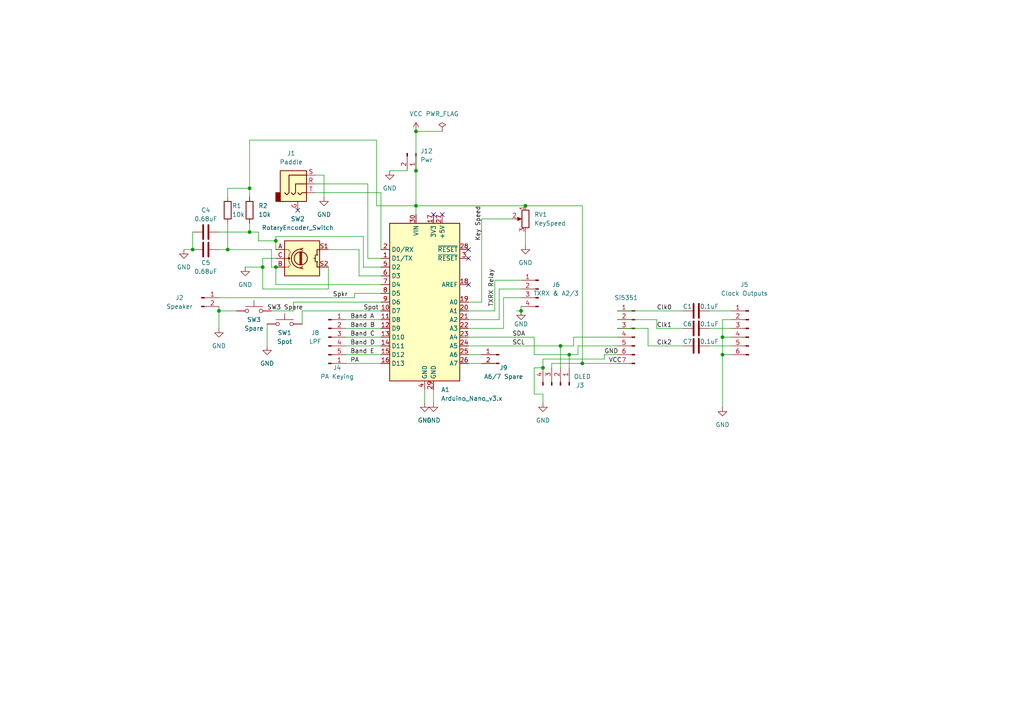
<source format=kicad_sch>
(kicad_sch (version 20230121) (generator eeschema)

  (uuid 47fb6382-19e1-4c99-9a81-a31acbec5623)

  (paper "A4")

  (title_block
    (title "Nano VFO with BS170 Driver")
    (date "2023-11-19")
  )

  (lib_symbols
    (symbol "Connector:Conn_01x01_Pin" (pin_names (offset 1.016) hide) (in_bom yes) (on_board yes)
      (property "Reference" "J" (at 0 2.54 0)
        (effects (font (size 1.27 1.27)))
      )
      (property "Value" "Conn_01x01_Pin" (at 0 -2.54 0)
        (effects (font (size 1.27 1.27)))
      )
      (property "Footprint" "" (at 0 0 0)
        (effects (font (size 1.27 1.27)) hide)
      )
      (property "Datasheet" "~" (at 0 0 0)
        (effects (font (size 1.27 1.27)) hide)
      )
      (property "ki_locked" "" (at 0 0 0)
        (effects (font (size 1.27 1.27)))
      )
      (property "ki_keywords" "connector" (at 0 0 0)
        (effects (font (size 1.27 1.27)) hide)
      )
      (property "ki_description" "Generic connector, single row, 01x01, script generated" (at 0 0 0)
        (effects (font (size 1.27 1.27)) hide)
      )
      (property "ki_fp_filters" "Connector*:*_1x??_*" (at 0 0 0)
        (effects (font (size 1.27 1.27)) hide)
      )
      (symbol "Conn_01x01_Pin_1_1"
        (polyline
          (pts
            (xy 1.27 0)
            (xy 0.8636 0)
          )
          (stroke (width 0.1524) (type default))
          (fill (type none))
        )
        (rectangle (start 0.8636 0.127) (end 0 -0.127)
          (stroke (width 0.1524) (type default))
          (fill (type outline))
        )
        (pin passive line (at 5.08 0 180) (length 3.81)
          (name "Pin_1" (effects (font (size 1.27 1.27))))
          (number "1" (effects (font (size 1.27 1.27))))
        )
      )
    )
    (symbol "Connector:Conn_01x02_Pin" (pin_names (offset 1.016) hide) (in_bom yes) (on_board yes)
      (property "Reference" "J" (at 0 2.54 0)
        (effects (font (size 1.27 1.27)))
      )
      (property "Value" "Conn_01x02_Pin" (at 0 -5.08 0)
        (effects (font (size 1.27 1.27)))
      )
      (property "Footprint" "" (at 0 0 0)
        (effects (font (size 1.27 1.27)) hide)
      )
      (property "Datasheet" "~" (at 0 0 0)
        (effects (font (size 1.27 1.27)) hide)
      )
      (property "ki_locked" "" (at 0 0 0)
        (effects (font (size 1.27 1.27)))
      )
      (property "ki_keywords" "connector" (at 0 0 0)
        (effects (font (size 1.27 1.27)) hide)
      )
      (property "ki_description" "Generic connector, single row, 01x02, script generated" (at 0 0 0)
        (effects (font (size 1.27 1.27)) hide)
      )
      (property "ki_fp_filters" "Connector*:*_1x??_*" (at 0 0 0)
        (effects (font (size 1.27 1.27)) hide)
      )
      (symbol "Conn_01x02_Pin_1_1"
        (polyline
          (pts
            (xy 1.27 -2.54)
            (xy 0.8636 -2.54)
          )
          (stroke (width 0.1524) (type default))
          (fill (type none))
        )
        (polyline
          (pts
            (xy 1.27 0)
            (xy 0.8636 0)
          )
          (stroke (width 0.1524) (type default))
          (fill (type none))
        )
        (rectangle (start 0.8636 -2.413) (end 0 -2.667)
          (stroke (width 0.1524) (type default))
          (fill (type outline))
        )
        (rectangle (start 0.8636 0.127) (end 0 -0.127)
          (stroke (width 0.1524) (type default))
          (fill (type outline))
        )
        (pin passive line (at 5.08 0 180) (length 3.81)
          (name "Pin_1" (effects (font (size 1.27 1.27))))
          (number "1" (effects (font (size 1.27 1.27))))
        )
        (pin passive line (at 5.08 -2.54 180) (length 3.81)
          (name "Pin_2" (effects (font (size 1.27 1.27))))
          (number "2" (effects (font (size 1.27 1.27))))
        )
      )
    )
    (symbol "Connector:Conn_01x04_Pin" (pin_names (offset 1.016) hide) (in_bom yes) (on_board yes)
      (property "Reference" "J" (at 0 5.08 0)
        (effects (font (size 1.27 1.27)))
      )
      (property "Value" "Conn_01x04_Pin" (at 0 -7.62 0)
        (effects (font (size 1.27 1.27)))
      )
      (property "Footprint" "" (at 0 0 0)
        (effects (font (size 1.27 1.27)) hide)
      )
      (property "Datasheet" "~" (at 0 0 0)
        (effects (font (size 1.27 1.27)) hide)
      )
      (property "ki_locked" "" (at 0 0 0)
        (effects (font (size 1.27 1.27)))
      )
      (property "ki_keywords" "connector" (at 0 0 0)
        (effects (font (size 1.27 1.27)) hide)
      )
      (property "ki_description" "Generic connector, single row, 01x04, script generated" (at 0 0 0)
        (effects (font (size 1.27 1.27)) hide)
      )
      (property "ki_fp_filters" "Connector*:*_1x??_*" (at 0 0 0)
        (effects (font (size 1.27 1.27)) hide)
      )
      (symbol "Conn_01x04_Pin_1_1"
        (polyline
          (pts
            (xy 1.27 -5.08)
            (xy 0.8636 -5.08)
          )
          (stroke (width 0.1524) (type default))
          (fill (type none))
        )
        (polyline
          (pts
            (xy 1.27 -2.54)
            (xy 0.8636 -2.54)
          )
          (stroke (width 0.1524) (type default))
          (fill (type none))
        )
        (polyline
          (pts
            (xy 1.27 0)
            (xy 0.8636 0)
          )
          (stroke (width 0.1524) (type default))
          (fill (type none))
        )
        (polyline
          (pts
            (xy 1.27 2.54)
            (xy 0.8636 2.54)
          )
          (stroke (width 0.1524) (type default))
          (fill (type none))
        )
        (rectangle (start 0.8636 -4.953) (end 0 -5.207)
          (stroke (width 0.1524) (type default))
          (fill (type outline))
        )
        (rectangle (start 0.8636 -2.413) (end 0 -2.667)
          (stroke (width 0.1524) (type default))
          (fill (type outline))
        )
        (rectangle (start 0.8636 0.127) (end 0 -0.127)
          (stroke (width 0.1524) (type default))
          (fill (type outline))
        )
        (rectangle (start 0.8636 2.667) (end 0 2.413)
          (stroke (width 0.1524) (type default))
          (fill (type outline))
        )
        (pin passive line (at 5.08 2.54 180) (length 3.81)
          (name "Pin_1" (effects (font (size 1.27 1.27))))
          (number "1" (effects (font (size 1.27 1.27))))
        )
        (pin passive line (at 5.08 0 180) (length 3.81)
          (name "Pin_2" (effects (font (size 1.27 1.27))))
          (number "2" (effects (font (size 1.27 1.27))))
        )
        (pin passive line (at 5.08 -2.54 180) (length 3.81)
          (name "Pin_3" (effects (font (size 1.27 1.27))))
          (number "3" (effects (font (size 1.27 1.27))))
        )
        (pin passive line (at 5.08 -5.08 180) (length 3.81)
          (name "Pin_4" (effects (font (size 1.27 1.27))))
          (number "4" (effects (font (size 1.27 1.27))))
        )
      )
    )
    (symbol "Connector:Conn_01x05_Pin" (pin_names (offset 1.016) hide) (in_bom yes) (on_board yes)
      (property "Reference" "J" (at 0 7.62 0)
        (effects (font (size 1.27 1.27)))
      )
      (property "Value" "Conn_01x05_Pin" (at 0 -7.62 0)
        (effects (font (size 1.27 1.27)))
      )
      (property "Footprint" "" (at 0 0 0)
        (effects (font (size 1.27 1.27)) hide)
      )
      (property "Datasheet" "~" (at 0 0 0)
        (effects (font (size 1.27 1.27)) hide)
      )
      (property "ki_locked" "" (at 0 0 0)
        (effects (font (size 1.27 1.27)))
      )
      (property "ki_keywords" "connector" (at 0 0 0)
        (effects (font (size 1.27 1.27)) hide)
      )
      (property "ki_description" "Generic connector, single row, 01x05, script generated" (at 0 0 0)
        (effects (font (size 1.27 1.27)) hide)
      )
      (property "ki_fp_filters" "Connector*:*_1x??_*" (at 0 0 0)
        (effects (font (size 1.27 1.27)) hide)
      )
      (symbol "Conn_01x05_Pin_1_1"
        (polyline
          (pts
            (xy 1.27 -5.08)
            (xy 0.8636 -5.08)
          )
          (stroke (width 0.1524) (type default))
          (fill (type none))
        )
        (polyline
          (pts
            (xy 1.27 -2.54)
            (xy 0.8636 -2.54)
          )
          (stroke (width 0.1524) (type default))
          (fill (type none))
        )
        (polyline
          (pts
            (xy 1.27 0)
            (xy 0.8636 0)
          )
          (stroke (width 0.1524) (type default))
          (fill (type none))
        )
        (polyline
          (pts
            (xy 1.27 2.54)
            (xy 0.8636 2.54)
          )
          (stroke (width 0.1524) (type default))
          (fill (type none))
        )
        (polyline
          (pts
            (xy 1.27 5.08)
            (xy 0.8636 5.08)
          )
          (stroke (width 0.1524) (type default))
          (fill (type none))
        )
        (rectangle (start 0.8636 -4.953) (end 0 -5.207)
          (stroke (width 0.1524) (type default))
          (fill (type outline))
        )
        (rectangle (start 0.8636 -2.413) (end 0 -2.667)
          (stroke (width 0.1524) (type default))
          (fill (type outline))
        )
        (rectangle (start 0.8636 0.127) (end 0 -0.127)
          (stroke (width 0.1524) (type default))
          (fill (type outline))
        )
        (rectangle (start 0.8636 2.667) (end 0 2.413)
          (stroke (width 0.1524) (type default))
          (fill (type outline))
        )
        (rectangle (start 0.8636 5.207) (end 0 4.953)
          (stroke (width 0.1524) (type default))
          (fill (type outline))
        )
        (pin passive line (at 5.08 5.08 180) (length 3.81)
          (name "Pin_1" (effects (font (size 1.27 1.27))))
          (number "1" (effects (font (size 1.27 1.27))))
        )
        (pin passive line (at 5.08 2.54 180) (length 3.81)
          (name "Pin_2" (effects (font (size 1.27 1.27))))
          (number "2" (effects (font (size 1.27 1.27))))
        )
        (pin passive line (at 5.08 0 180) (length 3.81)
          (name "Pin_3" (effects (font (size 1.27 1.27))))
          (number "3" (effects (font (size 1.27 1.27))))
        )
        (pin passive line (at 5.08 -2.54 180) (length 3.81)
          (name "Pin_4" (effects (font (size 1.27 1.27))))
          (number "4" (effects (font (size 1.27 1.27))))
        )
        (pin passive line (at 5.08 -5.08 180) (length 3.81)
          (name "Pin_5" (effects (font (size 1.27 1.27))))
          (number "5" (effects (font (size 1.27 1.27))))
        )
      )
    )
    (symbol "Connector:Conn_01x06_Pin" (pin_names (offset 1.016) hide) (in_bom yes) (on_board yes)
      (property "Reference" "J" (at 0 7.62 0)
        (effects (font (size 1.27 1.27)))
      )
      (property "Value" "Conn_01x06_Pin" (at 0 -10.16 0)
        (effects (font (size 1.27 1.27)))
      )
      (property "Footprint" "" (at 0 0 0)
        (effects (font (size 1.27 1.27)) hide)
      )
      (property "Datasheet" "~" (at 0 0 0)
        (effects (font (size 1.27 1.27)) hide)
      )
      (property "ki_locked" "" (at 0 0 0)
        (effects (font (size 1.27 1.27)))
      )
      (property "ki_keywords" "connector" (at 0 0 0)
        (effects (font (size 1.27 1.27)) hide)
      )
      (property "ki_description" "Generic connector, single row, 01x06, script generated" (at 0 0 0)
        (effects (font (size 1.27 1.27)) hide)
      )
      (property "ki_fp_filters" "Connector*:*_1x??_*" (at 0 0 0)
        (effects (font (size 1.27 1.27)) hide)
      )
      (symbol "Conn_01x06_Pin_1_1"
        (polyline
          (pts
            (xy 1.27 -7.62)
            (xy 0.8636 -7.62)
          )
          (stroke (width 0.1524) (type default))
          (fill (type none))
        )
        (polyline
          (pts
            (xy 1.27 -5.08)
            (xy 0.8636 -5.08)
          )
          (stroke (width 0.1524) (type default))
          (fill (type none))
        )
        (polyline
          (pts
            (xy 1.27 -2.54)
            (xy 0.8636 -2.54)
          )
          (stroke (width 0.1524) (type default))
          (fill (type none))
        )
        (polyline
          (pts
            (xy 1.27 0)
            (xy 0.8636 0)
          )
          (stroke (width 0.1524) (type default))
          (fill (type none))
        )
        (polyline
          (pts
            (xy 1.27 2.54)
            (xy 0.8636 2.54)
          )
          (stroke (width 0.1524) (type default))
          (fill (type none))
        )
        (polyline
          (pts
            (xy 1.27 5.08)
            (xy 0.8636 5.08)
          )
          (stroke (width 0.1524) (type default))
          (fill (type none))
        )
        (rectangle (start 0.8636 -7.493) (end 0 -7.747)
          (stroke (width 0.1524) (type default))
          (fill (type outline))
        )
        (rectangle (start 0.8636 -4.953) (end 0 -5.207)
          (stroke (width 0.1524) (type default))
          (fill (type outline))
        )
        (rectangle (start 0.8636 -2.413) (end 0 -2.667)
          (stroke (width 0.1524) (type default))
          (fill (type outline))
        )
        (rectangle (start 0.8636 0.127) (end 0 -0.127)
          (stroke (width 0.1524) (type default))
          (fill (type outline))
        )
        (rectangle (start 0.8636 2.667) (end 0 2.413)
          (stroke (width 0.1524) (type default))
          (fill (type outline))
        )
        (rectangle (start 0.8636 5.207) (end 0 4.953)
          (stroke (width 0.1524) (type default))
          (fill (type outline))
        )
        (pin passive line (at 5.08 5.08 180) (length 3.81)
          (name "Pin_1" (effects (font (size 1.27 1.27))))
          (number "1" (effects (font (size 1.27 1.27))))
        )
        (pin passive line (at 5.08 2.54 180) (length 3.81)
          (name "Pin_2" (effects (font (size 1.27 1.27))))
          (number "2" (effects (font (size 1.27 1.27))))
        )
        (pin passive line (at 5.08 0 180) (length 3.81)
          (name "Pin_3" (effects (font (size 1.27 1.27))))
          (number "3" (effects (font (size 1.27 1.27))))
        )
        (pin passive line (at 5.08 -2.54 180) (length 3.81)
          (name "Pin_4" (effects (font (size 1.27 1.27))))
          (number "4" (effects (font (size 1.27 1.27))))
        )
        (pin passive line (at 5.08 -5.08 180) (length 3.81)
          (name "Pin_5" (effects (font (size 1.27 1.27))))
          (number "5" (effects (font (size 1.27 1.27))))
        )
        (pin passive line (at 5.08 -7.62 180) (length 3.81)
          (name "Pin_6" (effects (font (size 1.27 1.27))))
          (number "6" (effects (font (size 1.27 1.27))))
        )
      )
    )
    (symbol "Connector:Conn_01x07_Pin" (pin_names (offset 1.016) hide) (in_bom yes) (on_board yes)
      (property "Reference" "J" (at 0 10.16 0)
        (effects (font (size 1.27 1.27)))
      )
      (property "Value" "Conn_01x07_Pin" (at 0 -10.16 0)
        (effects (font (size 1.27 1.27)))
      )
      (property "Footprint" "" (at 0 0 0)
        (effects (font (size 1.27 1.27)) hide)
      )
      (property "Datasheet" "~" (at 0 0 0)
        (effects (font (size 1.27 1.27)) hide)
      )
      (property "ki_locked" "" (at 0 0 0)
        (effects (font (size 1.27 1.27)))
      )
      (property "ki_keywords" "connector" (at 0 0 0)
        (effects (font (size 1.27 1.27)) hide)
      )
      (property "ki_description" "Generic connector, single row, 01x07, script generated" (at 0 0 0)
        (effects (font (size 1.27 1.27)) hide)
      )
      (property "ki_fp_filters" "Connector*:*_1x??_*" (at 0 0 0)
        (effects (font (size 1.27 1.27)) hide)
      )
      (symbol "Conn_01x07_Pin_1_1"
        (polyline
          (pts
            (xy 1.27 -7.62)
            (xy 0.8636 -7.62)
          )
          (stroke (width 0.1524) (type default))
          (fill (type none))
        )
        (polyline
          (pts
            (xy 1.27 -5.08)
            (xy 0.8636 -5.08)
          )
          (stroke (width 0.1524) (type default))
          (fill (type none))
        )
        (polyline
          (pts
            (xy 1.27 -2.54)
            (xy 0.8636 -2.54)
          )
          (stroke (width 0.1524) (type default))
          (fill (type none))
        )
        (polyline
          (pts
            (xy 1.27 0)
            (xy 0.8636 0)
          )
          (stroke (width 0.1524) (type default))
          (fill (type none))
        )
        (polyline
          (pts
            (xy 1.27 2.54)
            (xy 0.8636 2.54)
          )
          (stroke (width 0.1524) (type default))
          (fill (type none))
        )
        (polyline
          (pts
            (xy 1.27 5.08)
            (xy 0.8636 5.08)
          )
          (stroke (width 0.1524) (type default))
          (fill (type none))
        )
        (polyline
          (pts
            (xy 1.27 7.62)
            (xy 0.8636 7.62)
          )
          (stroke (width 0.1524) (type default))
          (fill (type none))
        )
        (rectangle (start 0.8636 -7.493) (end 0 -7.747)
          (stroke (width 0.1524) (type default))
          (fill (type outline))
        )
        (rectangle (start 0.8636 -4.953) (end 0 -5.207)
          (stroke (width 0.1524) (type default))
          (fill (type outline))
        )
        (rectangle (start 0.8636 -2.413) (end 0 -2.667)
          (stroke (width 0.1524) (type default))
          (fill (type outline))
        )
        (rectangle (start 0.8636 0.127) (end 0 -0.127)
          (stroke (width 0.1524) (type default))
          (fill (type outline))
        )
        (rectangle (start 0.8636 2.667) (end 0 2.413)
          (stroke (width 0.1524) (type default))
          (fill (type outline))
        )
        (rectangle (start 0.8636 5.207) (end 0 4.953)
          (stroke (width 0.1524) (type default))
          (fill (type outline))
        )
        (rectangle (start 0.8636 7.747) (end 0 7.493)
          (stroke (width 0.1524) (type default))
          (fill (type outline))
        )
        (pin passive line (at 5.08 7.62 180) (length 3.81)
          (name "Pin_1" (effects (font (size 1.27 1.27))))
          (number "1" (effects (font (size 1.27 1.27))))
        )
        (pin passive line (at 5.08 5.08 180) (length 3.81)
          (name "Pin_2" (effects (font (size 1.27 1.27))))
          (number "2" (effects (font (size 1.27 1.27))))
        )
        (pin passive line (at 5.08 2.54 180) (length 3.81)
          (name "Pin_3" (effects (font (size 1.27 1.27))))
          (number "3" (effects (font (size 1.27 1.27))))
        )
        (pin passive line (at 5.08 0 180) (length 3.81)
          (name "Pin_4" (effects (font (size 1.27 1.27))))
          (number "4" (effects (font (size 1.27 1.27))))
        )
        (pin passive line (at 5.08 -2.54 180) (length 3.81)
          (name "Pin_5" (effects (font (size 1.27 1.27))))
          (number "5" (effects (font (size 1.27 1.27))))
        )
        (pin passive line (at 5.08 -5.08 180) (length 3.81)
          (name "Pin_6" (effects (font (size 1.27 1.27))))
          (number "6" (effects (font (size 1.27 1.27))))
        )
        (pin passive line (at 5.08 -7.62 180) (length 3.81)
          (name "Pin_7" (effects (font (size 1.27 1.27))))
          (number "7" (effects (font (size 1.27 1.27))))
        )
      )
    )
    (symbol "Connector_Audio:AudioJack3_Ground" (in_bom yes) (on_board yes)
      (property "Reference" "J" (at 0 8.89 0)
        (effects (font (size 1.27 1.27)))
      )
      (property "Value" "AudioJack3_Ground" (at 0 6.35 0)
        (effects (font (size 1.27 1.27)))
      )
      (property "Footprint" "" (at 0 0 0)
        (effects (font (size 1.27 1.27)) hide)
      )
      (property "Datasheet" "~" (at 0 0 0)
        (effects (font (size 1.27 1.27)) hide)
      )
      (property "ki_keywords" "audio jack receptacle stereo headphones phones TRS connector" (at 0 0 0)
        (effects (font (size 1.27 1.27)) hide)
      )
      (property "ki_description" "Audio Jack, 3 Poles (Stereo / TRS), Grounded Sleeve" (at 0 0 0)
        (effects (font (size 1.27 1.27)) hide)
      )
      (property "ki_fp_filters" "Jack*" (at 0 0 0)
        (effects (font (size 1.27 1.27)) hide)
      )
      (symbol "AudioJack3_Ground_0_1"
        (rectangle (start -5.08 -2.54) (end -6.35 -5.08)
          (stroke (width 0.254) (type default))
          (fill (type outline))
        )
        (polyline
          (pts
            (xy 0 -2.54)
            (xy 0.635 -3.175)
            (xy 1.27 -2.54)
            (xy 2.54 -2.54)
          )
          (stroke (width 0.254) (type default))
          (fill (type none))
        )
        (polyline
          (pts
            (xy -1.905 -2.54)
            (xy -1.27 -3.175)
            (xy -0.635 -2.54)
            (xy -0.635 0)
            (xy 2.54 0)
          )
          (stroke (width 0.254) (type default))
          (fill (type none))
        )
        (polyline
          (pts
            (xy 2.54 2.54)
            (xy -2.54 2.54)
            (xy -2.54 -2.54)
            (xy -3.175 -3.175)
            (xy -3.81 -2.54)
          )
          (stroke (width 0.254) (type default))
          (fill (type none))
        )
        (rectangle (start 2.54 3.81) (end -5.08 -5.08)
          (stroke (width 0.254) (type default))
          (fill (type background))
        )
      )
      (symbol "AudioJack3_Ground_1_1"
        (pin passive line (at 0 -7.62 90) (length 2.54)
          (name "~" (effects (font (size 1.27 1.27))))
          (number "G" (effects (font (size 1.27 1.27))))
        )
        (pin passive line (at 5.08 0 180) (length 2.54)
          (name "~" (effects (font (size 1.27 1.27))))
          (number "R" (effects (font (size 1.27 1.27))))
        )
        (pin passive line (at 5.08 2.54 180) (length 2.54)
          (name "~" (effects (font (size 1.27 1.27))))
          (number "S" (effects (font (size 1.27 1.27))))
        )
        (pin passive line (at 5.08 -2.54 180) (length 2.54)
          (name "~" (effects (font (size 1.27 1.27))))
          (number "T" (effects (font (size 1.27 1.27))))
        )
      )
    )
    (symbol "Device:C" (pin_numbers hide) (pin_names (offset 0.254)) (in_bom yes) (on_board yes)
      (property "Reference" "C" (at 0.635 2.54 0)
        (effects (font (size 1.27 1.27)) (justify left))
      )
      (property "Value" "C" (at 0.635 -2.54 0)
        (effects (font (size 1.27 1.27)) (justify left))
      )
      (property "Footprint" "" (at 0.9652 -3.81 0)
        (effects (font (size 1.27 1.27)) hide)
      )
      (property "Datasheet" "~" (at 0 0 0)
        (effects (font (size 1.27 1.27)) hide)
      )
      (property "ki_keywords" "cap capacitor" (at 0 0 0)
        (effects (font (size 1.27 1.27)) hide)
      )
      (property "ki_description" "Unpolarized capacitor" (at 0 0 0)
        (effects (font (size 1.27 1.27)) hide)
      )
      (property "ki_fp_filters" "C_*" (at 0 0 0)
        (effects (font (size 1.27 1.27)) hide)
      )
      (symbol "C_0_1"
        (polyline
          (pts
            (xy -2.032 -0.762)
            (xy 2.032 -0.762)
          )
          (stroke (width 0.508) (type default))
          (fill (type none))
        )
        (polyline
          (pts
            (xy -2.032 0.762)
            (xy 2.032 0.762)
          )
          (stroke (width 0.508) (type default))
          (fill (type none))
        )
      )
      (symbol "C_1_1"
        (pin passive line (at 0 3.81 270) (length 2.794)
          (name "~" (effects (font (size 1.27 1.27))))
          (number "1" (effects (font (size 1.27 1.27))))
        )
        (pin passive line (at 0 -3.81 90) (length 2.794)
          (name "~" (effects (font (size 1.27 1.27))))
          (number "2" (effects (font (size 1.27 1.27))))
        )
      )
    )
    (symbol "Device:R" (pin_numbers hide) (pin_names (offset 0)) (in_bom yes) (on_board yes)
      (property "Reference" "R" (at 2.032 0 90)
        (effects (font (size 1.27 1.27)))
      )
      (property "Value" "R" (at 0 0 90)
        (effects (font (size 1.27 1.27)))
      )
      (property "Footprint" "" (at -1.778 0 90)
        (effects (font (size 1.27 1.27)) hide)
      )
      (property "Datasheet" "~" (at 0 0 0)
        (effects (font (size 1.27 1.27)) hide)
      )
      (property "ki_keywords" "R res resistor" (at 0 0 0)
        (effects (font (size 1.27 1.27)) hide)
      )
      (property "ki_description" "Resistor" (at 0 0 0)
        (effects (font (size 1.27 1.27)) hide)
      )
      (property "ki_fp_filters" "R_*" (at 0 0 0)
        (effects (font (size 1.27 1.27)) hide)
      )
      (symbol "R_0_1"
        (rectangle (start -1.016 -2.54) (end 1.016 2.54)
          (stroke (width 0.254) (type default))
          (fill (type none))
        )
      )
      (symbol "R_1_1"
        (pin passive line (at 0 3.81 270) (length 1.27)
          (name "~" (effects (font (size 1.27 1.27))))
          (number "1" (effects (font (size 1.27 1.27))))
        )
        (pin passive line (at 0 -3.81 90) (length 1.27)
          (name "~" (effects (font (size 1.27 1.27))))
          (number "2" (effects (font (size 1.27 1.27))))
        )
      )
    )
    (symbol "Device:R_Potentiometer" (pin_names (offset 1.016) hide) (in_bom yes) (on_board yes)
      (property "Reference" "RV" (at -4.445 0 90)
        (effects (font (size 1.27 1.27)))
      )
      (property "Value" "R_Potentiometer" (at -2.54 0 90)
        (effects (font (size 1.27 1.27)))
      )
      (property "Footprint" "" (at 0 0 0)
        (effects (font (size 1.27 1.27)) hide)
      )
      (property "Datasheet" "~" (at 0 0 0)
        (effects (font (size 1.27 1.27)) hide)
      )
      (property "ki_keywords" "resistor variable" (at 0 0 0)
        (effects (font (size 1.27 1.27)) hide)
      )
      (property "ki_description" "Potentiometer" (at 0 0 0)
        (effects (font (size 1.27 1.27)) hide)
      )
      (property "ki_fp_filters" "Potentiometer*" (at 0 0 0)
        (effects (font (size 1.27 1.27)) hide)
      )
      (symbol "R_Potentiometer_0_1"
        (polyline
          (pts
            (xy 2.54 0)
            (xy 1.524 0)
          )
          (stroke (width 0) (type default))
          (fill (type none))
        )
        (polyline
          (pts
            (xy 1.143 0)
            (xy 2.286 0.508)
            (xy 2.286 -0.508)
            (xy 1.143 0)
          )
          (stroke (width 0) (type default))
          (fill (type outline))
        )
        (rectangle (start 1.016 2.54) (end -1.016 -2.54)
          (stroke (width 0.254) (type default))
          (fill (type none))
        )
      )
      (symbol "R_Potentiometer_1_1"
        (pin passive line (at 0 3.81 270) (length 1.27)
          (name "1" (effects (font (size 1.27 1.27))))
          (number "1" (effects (font (size 1.27 1.27))))
        )
        (pin passive line (at 3.81 0 180) (length 1.27)
          (name "2" (effects (font (size 1.27 1.27))))
          (number "2" (effects (font (size 1.27 1.27))))
        )
        (pin passive line (at 0 -3.81 90) (length 1.27)
          (name "3" (effects (font (size 1.27 1.27))))
          (number "3" (effects (font (size 1.27 1.27))))
        )
      )
    )
    (symbol "Device:RotaryEncoder_Switch" (pin_names (offset 0.254) hide) (in_bom yes) (on_board yes)
      (property "Reference" "SW" (at 0 6.604 0)
        (effects (font (size 1.27 1.27)))
      )
      (property "Value" "RotaryEncoder_Switch" (at 0 -6.604 0)
        (effects (font (size 1.27 1.27)))
      )
      (property "Footprint" "" (at -3.81 4.064 0)
        (effects (font (size 1.27 1.27)) hide)
      )
      (property "Datasheet" "~" (at 0 6.604 0)
        (effects (font (size 1.27 1.27)) hide)
      )
      (property "ki_keywords" "rotary switch encoder switch push button" (at 0 0 0)
        (effects (font (size 1.27 1.27)) hide)
      )
      (property "ki_description" "Rotary encoder, dual channel, incremental quadrate outputs, with switch" (at 0 0 0)
        (effects (font (size 1.27 1.27)) hide)
      )
      (property "ki_fp_filters" "RotaryEncoder*Switch*" (at 0 0 0)
        (effects (font (size 1.27 1.27)) hide)
      )
      (symbol "RotaryEncoder_Switch_0_1"
        (rectangle (start -5.08 5.08) (end 5.08 -5.08)
          (stroke (width 0.254) (type default))
          (fill (type background))
        )
        (circle (center -3.81 0) (radius 0.254)
          (stroke (width 0) (type default))
          (fill (type outline))
        )
        (circle (center -0.381 0) (radius 1.905)
          (stroke (width 0.254) (type default))
          (fill (type none))
        )
        (arc (start -0.381 2.667) (mid -3.0988 -0.0635) (end -0.381 -2.794)
          (stroke (width 0.254) (type default))
          (fill (type none))
        )
        (polyline
          (pts
            (xy -0.635 -1.778)
            (xy -0.635 1.778)
          )
          (stroke (width 0.254) (type default))
          (fill (type none))
        )
        (polyline
          (pts
            (xy -0.381 -1.778)
            (xy -0.381 1.778)
          )
          (stroke (width 0.254) (type default))
          (fill (type none))
        )
        (polyline
          (pts
            (xy -0.127 1.778)
            (xy -0.127 -1.778)
          )
          (stroke (width 0.254) (type default))
          (fill (type none))
        )
        (polyline
          (pts
            (xy 3.81 0)
            (xy 3.429 0)
          )
          (stroke (width 0.254) (type default))
          (fill (type none))
        )
        (polyline
          (pts
            (xy 3.81 1.016)
            (xy 3.81 -1.016)
          )
          (stroke (width 0.254) (type default))
          (fill (type none))
        )
        (polyline
          (pts
            (xy -5.08 -2.54)
            (xy -3.81 -2.54)
            (xy -3.81 -2.032)
          )
          (stroke (width 0) (type default))
          (fill (type none))
        )
        (polyline
          (pts
            (xy -5.08 2.54)
            (xy -3.81 2.54)
            (xy -3.81 2.032)
          )
          (stroke (width 0) (type default))
          (fill (type none))
        )
        (polyline
          (pts
            (xy 0.254 -3.048)
            (xy -0.508 -2.794)
            (xy 0.127 -2.413)
          )
          (stroke (width 0.254) (type default))
          (fill (type none))
        )
        (polyline
          (pts
            (xy 0.254 2.921)
            (xy -0.508 2.667)
            (xy 0.127 2.286)
          )
          (stroke (width 0.254) (type default))
          (fill (type none))
        )
        (polyline
          (pts
            (xy 5.08 -2.54)
            (xy 4.318 -2.54)
            (xy 4.318 -1.016)
          )
          (stroke (width 0.254) (type default))
          (fill (type none))
        )
        (polyline
          (pts
            (xy 5.08 2.54)
            (xy 4.318 2.54)
            (xy 4.318 1.016)
          )
          (stroke (width 0.254) (type default))
          (fill (type none))
        )
        (polyline
          (pts
            (xy -5.08 0)
            (xy -3.81 0)
            (xy -3.81 -1.016)
            (xy -3.302 -2.032)
          )
          (stroke (width 0) (type default))
          (fill (type none))
        )
        (polyline
          (pts
            (xy -4.318 0)
            (xy -3.81 0)
            (xy -3.81 1.016)
            (xy -3.302 2.032)
          )
          (stroke (width 0) (type default))
          (fill (type none))
        )
        (circle (center 4.318 -1.016) (radius 0.127)
          (stroke (width 0.254) (type default))
          (fill (type none))
        )
        (circle (center 4.318 1.016) (radius 0.127)
          (stroke (width 0.254) (type default))
          (fill (type none))
        )
      )
      (symbol "RotaryEncoder_Switch_1_1"
        (pin passive line (at -7.62 2.54 0) (length 2.54)
          (name "A" (effects (font (size 1.27 1.27))))
          (number "A" (effects (font (size 1.27 1.27))))
        )
        (pin passive line (at -7.62 -2.54 0) (length 2.54)
          (name "B" (effects (font (size 1.27 1.27))))
          (number "B" (effects (font (size 1.27 1.27))))
        )
        (pin passive line (at -7.62 0 0) (length 2.54)
          (name "C" (effects (font (size 1.27 1.27))))
          (number "C" (effects (font (size 1.27 1.27))))
        )
        (pin passive line (at 7.62 2.54 180) (length 2.54)
          (name "S1" (effects (font (size 1.27 1.27))))
          (number "S1" (effects (font (size 1.27 1.27))))
        )
        (pin passive line (at 7.62 -2.54 180) (length 2.54)
          (name "S2" (effects (font (size 1.27 1.27))))
          (number "S2" (effects (font (size 1.27 1.27))))
        )
      )
    )
    (symbol "GND_1" (power) (pin_numbers hide) (pin_names (offset 0) hide) (in_bom yes) (on_board yes)
      (property "Reference" "#PWR" (at 0 -6.35 0)
        (effects (font (size 1.27 1.27)) hide)
      )
      (property "Value" "GND_1" (at 0 -3.81 0)
        (effects (font (size 1.27 1.27)))
      )
      (property "Footprint" "" (at 0 0 0)
        (effects (font (size 1.27 1.27)) hide)
      )
      (property "Datasheet" "" (at 0 0 0)
        (effects (font (size 1.27 1.27)) hide)
      )
      (property "ki_keywords" "global power" (at 0 0 0)
        (effects (font (size 1.27 1.27)) hide)
      )
      (property "ki_description" "Power symbol creates a global label with name \"GND\" , ground" (at 0 0 0)
        (effects (font (size 1.27 1.27)) hide)
      )
      (symbol "GND_1_0_1"
        (polyline
          (pts
            (xy 0 0)
            (xy 0 -1.27)
            (xy 1.27 -1.27)
            (xy 0 -2.54)
            (xy -1.27 -1.27)
            (xy 0 -1.27)
          )
          (stroke (width 0) (type default))
          (fill (type none))
        )
      )
      (symbol "GND_1_1_1"
        (pin power_in line (at 0 0 270) (length 0) hide
          (name "GND" (effects (font (size 1.27 1.27))))
          (number "1" (effects (font (size 1.27 1.27))))
        )
      )
    )
    (symbol "GND_11" (power) (pin_numbers hide) (pin_names (offset 0) hide) (in_bom yes) (on_board yes)
      (property "Reference" "#PWR" (at 0 -6.35 0)
        (effects (font (size 1.27 1.27)) hide)
      )
      (property "Value" "GND_11" (at 0 -3.81 0)
        (effects (font (size 1.27 1.27)))
      )
      (property "Footprint" "" (at 0 0 0)
        (effects (font (size 1.27 1.27)) hide)
      )
      (property "Datasheet" "" (at 0 0 0)
        (effects (font (size 1.27 1.27)) hide)
      )
      (property "ki_keywords" "global power" (at 0 0 0)
        (effects (font (size 1.27 1.27)) hide)
      )
      (property "ki_description" "Power symbol creates a global label with name \"GND\" , ground" (at 0 0 0)
        (effects (font (size 1.27 1.27)) hide)
      )
      (symbol "GND_11_0_1"
        (polyline
          (pts
            (xy 0 0)
            (xy 0 -1.27)
            (xy 1.27 -1.27)
            (xy 0 -2.54)
            (xy -1.27 -1.27)
            (xy 0 -1.27)
          )
          (stroke (width 0) (type default))
          (fill (type none))
        )
      )
      (symbol "GND_11_1_1"
        (pin power_in line (at 0 0 270) (length 0) hide
          (name "GND" (effects (font (size 1.27 1.27))))
          (number "1" (effects (font (size 1.27 1.27))))
        )
      )
    )
    (symbol "GND_12" (power) (pin_numbers hide) (pin_names (offset 0) hide) (in_bom yes) (on_board yes)
      (property "Reference" "#PWR" (at 0 -6.35 0)
        (effects (font (size 1.27 1.27)) hide)
      )
      (property "Value" "GND_12" (at 0 -3.81 0)
        (effects (font (size 1.27 1.27)))
      )
      (property "Footprint" "" (at 0 0 0)
        (effects (font (size 1.27 1.27)) hide)
      )
      (property "Datasheet" "" (at 0 0 0)
        (effects (font (size 1.27 1.27)) hide)
      )
      (property "ki_keywords" "global power" (at 0 0 0)
        (effects (font (size 1.27 1.27)) hide)
      )
      (property "ki_description" "Power symbol creates a global label with name \"GND\" , ground" (at 0 0 0)
        (effects (font (size 1.27 1.27)) hide)
      )
      (symbol "GND_12_0_1"
        (polyline
          (pts
            (xy 0 0)
            (xy 0 -1.27)
            (xy 1.27 -1.27)
            (xy 0 -2.54)
            (xy -1.27 -1.27)
            (xy 0 -1.27)
          )
          (stroke (width 0) (type default))
          (fill (type none))
        )
      )
      (symbol "GND_12_1_1"
        (pin power_in line (at 0 0 270) (length 0) hide
          (name "GND" (effects (font (size 1.27 1.27))))
          (number "1" (effects (font (size 1.27 1.27))))
        )
      )
    )
    (symbol "GND_13" (power) (pin_numbers hide) (pin_names (offset 0) hide) (in_bom yes) (on_board yes)
      (property "Reference" "#PWR" (at 0 -6.35 0)
        (effects (font (size 1.27 1.27)) hide)
      )
      (property "Value" "GND_13" (at 0 -3.81 0)
        (effects (font (size 1.27 1.27)))
      )
      (property "Footprint" "" (at 0 0 0)
        (effects (font (size 1.27 1.27)) hide)
      )
      (property "Datasheet" "" (at 0 0 0)
        (effects (font (size 1.27 1.27)) hide)
      )
      (property "ki_keywords" "global power" (at 0 0 0)
        (effects (font (size 1.27 1.27)) hide)
      )
      (property "ki_description" "Power symbol creates a global label with name \"GND\" , ground" (at 0 0 0)
        (effects (font (size 1.27 1.27)) hide)
      )
      (symbol "GND_13_0_1"
        (polyline
          (pts
            (xy 0 0)
            (xy 0 -1.27)
            (xy 1.27 -1.27)
            (xy 0 -2.54)
            (xy -1.27 -1.27)
            (xy 0 -1.27)
          )
          (stroke (width 0) (type default))
          (fill (type none))
        )
      )
      (symbol "GND_13_1_1"
        (pin power_in line (at 0 0 270) (length 0) hide
          (name "GND" (effects (font (size 1.27 1.27))))
          (number "1" (effects (font (size 1.27 1.27))))
        )
      )
    )
    (symbol "GND_14" (power) (pin_numbers hide) (pin_names (offset 0) hide) (in_bom yes) (on_board yes)
      (property "Reference" "#PWR" (at 0 -6.35 0)
        (effects (font (size 1.27 1.27)) hide)
      )
      (property "Value" "GND_14" (at 0 -3.81 0)
        (effects (font (size 1.27 1.27)))
      )
      (property "Footprint" "" (at 0 0 0)
        (effects (font (size 1.27 1.27)) hide)
      )
      (property "Datasheet" "" (at 0 0 0)
        (effects (font (size 1.27 1.27)) hide)
      )
      (property "ki_keywords" "global power" (at 0 0 0)
        (effects (font (size 1.27 1.27)) hide)
      )
      (property "ki_description" "Power symbol creates a global label with name \"GND\" , ground" (at 0 0 0)
        (effects (font (size 1.27 1.27)) hide)
      )
      (symbol "GND_14_0_1"
        (polyline
          (pts
            (xy 0 0)
            (xy 0 -1.27)
            (xy 1.27 -1.27)
            (xy 0 -2.54)
            (xy -1.27 -1.27)
            (xy 0 -1.27)
          )
          (stroke (width 0) (type default))
          (fill (type none))
        )
      )
      (symbol "GND_14_1_1"
        (pin power_in line (at 0 0 270) (length 0) hide
          (name "GND" (effects (font (size 1.27 1.27))))
          (number "1" (effects (font (size 1.27 1.27))))
        )
      )
    )
    (symbol "GND_4" (power) (pin_numbers hide) (pin_names (offset 0) hide) (in_bom yes) (on_board yes)
      (property "Reference" "#PWR" (at 0 -6.35 0)
        (effects (font (size 1.27 1.27)) hide)
      )
      (property "Value" "GND_4" (at 0 -3.81 0)
        (effects (font (size 1.27 1.27)))
      )
      (property "Footprint" "" (at 0 0 0)
        (effects (font (size 1.27 1.27)) hide)
      )
      (property "Datasheet" "" (at 0 0 0)
        (effects (font (size 1.27 1.27)) hide)
      )
      (property "ki_keywords" "global power" (at 0 0 0)
        (effects (font (size 1.27 1.27)) hide)
      )
      (property "ki_description" "Power symbol creates a global label with name \"GND\" , ground" (at 0 0 0)
        (effects (font (size 1.27 1.27)) hide)
      )
      (symbol "GND_4_0_1"
        (polyline
          (pts
            (xy 0 0)
            (xy 0 -1.27)
            (xy 1.27 -1.27)
            (xy 0 -2.54)
            (xy -1.27 -1.27)
            (xy 0 -1.27)
          )
          (stroke (width 0) (type default))
          (fill (type none))
        )
      )
      (symbol "GND_4_1_1"
        (pin power_in line (at 0 0 270) (length 0) hide
          (name "GND" (effects (font (size 1.27 1.27))))
          (number "1" (effects (font (size 1.27 1.27))))
        )
      )
    )
    (symbol "GND_5" (power) (pin_numbers hide) (pin_names (offset 0) hide) (in_bom yes) (on_board yes)
      (property "Reference" "#PWR" (at 0 -6.35 0)
        (effects (font (size 1.27 1.27)) hide)
      )
      (property "Value" "GND_5" (at 0 -3.81 0)
        (effects (font (size 1.27 1.27)))
      )
      (property "Footprint" "" (at 0 0 0)
        (effects (font (size 1.27 1.27)) hide)
      )
      (property "Datasheet" "" (at 0 0 0)
        (effects (font (size 1.27 1.27)) hide)
      )
      (property "ki_keywords" "global power" (at 0 0 0)
        (effects (font (size 1.27 1.27)) hide)
      )
      (property "ki_description" "Power symbol creates a global label with name \"GND\" , ground" (at 0 0 0)
        (effects (font (size 1.27 1.27)) hide)
      )
      (symbol "GND_5_0_1"
        (polyline
          (pts
            (xy 0 0)
            (xy 0 -1.27)
            (xy 1.27 -1.27)
            (xy 0 -2.54)
            (xy -1.27 -1.27)
            (xy 0 -1.27)
          )
          (stroke (width 0) (type default))
          (fill (type none))
        )
      )
      (symbol "GND_5_1_1"
        (pin power_in line (at 0 0 270) (length 0) hide
          (name "GND" (effects (font (size 1.27 1.27))))
          (number "1" (effects (font (size 1.27 1.27))))
        )
      )
    )
    (symbol "GND_6" (power) (pin_numbers hide) (pin_names (offset 0) hide) (in_bom yes) (on_board yes)
      (property "Reference" "#PWR" (at 0 -6.35 0)
        (effects (font (size 1.27 1.27)) hide)
      )
      (property "Value" "GND_6" (at 0 -3.81 0)
        (effects (font (size 1.27 1.27)))
      )
      (property "Footprint" "" (at 0 0 0)
        (effects (font (size 1.27 1.27)) hide)
      )
      (property "Datasheet" "" (at 0 0 0)
        (effects (font (size 1.27 1.27)) hide)
      )
      (property "ki_keywords" "global power" (at 0 0 0)
        (effects (font (size 1.27 1.27)) hide)
      )
      (property "ki_description" "Power symbol creates a global label with name \"GND\" , ground" (at 0 0 0)
        (effects (font (size 1.27 1.27)) hide)
      )
      (symbol "GND_6_0_1"
        (polyline
          (pts
            (xy 0 0)
            (xy 0 -1.27)
            (xy 1.27 -1.27)
            (xy 0 -2.54)
            (xy -1.27 -1.27)
            (xy 0 -1.27)
          )
          (stroke (width 0) (type default))
          (fill (type none))
        )
      )
      (symbol "GND_6_1_1"
        (pin power_in line (at 0 0 270) (length 0) hide
          (name "GND" (effects (font (size 1.27 1.27))))
          (number "1" (effects (font (size 1.27 1.27))))
        )
      )
    )
    (symbol "GND_7" (power) (pin_numbers hide) (pin_names (offset 0) hide) (in_bom yes) (on_board yes)
      (property "Reference" "#PWR" (at 0 -6.35 0)
        (effects (font (size 1.27 1.27)) hide)
      )
      (property "Value" "GND_7" (at 0 -3.81 0)
        (effects (font (size 1.27 1.27)))
      )
      (property "Footprint" "" (at 0 0 0)
        (effects (font (size 1.27 1.27)) hide)
      )
      (property "Datasheet" "" (at 0 0 0)
        (effects (font (size 1.27 1.27)) hide)
      )
      (property "ki_keywords" "global power" (at 0 0 0)
        (effects (font (size 1.27 1.27)) hide)
      )
      (property "ki_description" "Power symbol creates a global label with name \"GND\" , ground" (at 0 0 0)
        (effects (font (size 1.27 1.27)) hide)
      )
      (symbol "GND_7_0_1"
        (polyline
          (pts
            (xy 0 0)
            (xy 0 -1.27)
            (xy 1.27 -1.27)
            (xy 0 -2.54)
            (xy -1.27 -1.27)
            (xy 0 -1.27)
          )
          (stroke (width 0) (type default))
          (fill (type none))
        )
      )
      (symbol "GND_7_1_1"
        (pin power_in line (at 0 0 270) (length 0) hide
          (name "GND" (effects (font (size 1.27 1.27))))
          (number "1" (effects (font (size 1.27 1.27))))
        )
      )
    )
    (symbol "GND_8" (power) (pin_numbers hide) (pin_names (offset 0) hide) (in_bom yes) (on_board yes)
      (property "Reference" "#PWR" (at 0 -6.35 0)
        (effects (font (size 1.27 1.27)) hide)
      )
      (property "Value" "GND_8" (at 0 -3.81 0)
        (effects (font (size 1.27 1.27)))
      )
      (property "Footprint" "" (at 0 0 0)
        (effects (font (size 1.27 1.27)) hide)
      )
      (property "Datasheet" "" (at 0 0 0)
        (effects (font (size 1.27 1.27)) hide)
      )
      (property "ki_keywords" "global power" (at 0 0 0)
        (effects (font (size 1.27 1.27)) hide)
      )
      (property "ki_description" "Power symbol creates a global label with name \"GND\" , ground" (at 0 0 0)
        (effects (font (size 1.27 1.27)) hide)
      )
      (symbol "GND_8_0_1"
        (polyline
          (pts
            (xy 0 0)
            (xy 0 -1.27)
            (xy 1.27 -1.27)
            (xy 0 -2.54)
            (xy -1.27 -1.27)
            (xy 0 -1.27)
          )
          (stroke (width 0) (type default))
          (fill (type none))
        )
      )
      (symbol "GND_8_1_1"
        (pin power_in line (at 0 0 270) (length 0) hide
          (name "GND" (effects (font (size 1.27 1.27))))
          (number "1" (effects (font (size 1.27 1.27))))
        )
      )
    )
    (symbol "GND_9" (power) (pin_numbers hide) (pin_names (offset 0) hide) (in_bom yes) (on_board yes)
      (property "Reference" "#PWR" (at 0 -6.35 0)
        (effects (font (size 1.27 1.27)) hide)
      )
      (property "Value" "GND_9" (at 0 -3.81 0)
        (effects (font (size 1.27 1.27)))
      )
      (property "Footprint" "" (at 0 0 0)
        (effects (font (size 1.27 1.27)) hide)
      )
      (property "Datasheet" "" (at 0 0 0)
        (effects (font (size 1.27 1.27)) hide)
      )
      (property "ki_keywords" "global power" (at 0 0 0)
        (effects (font (size 1.27 1.27)) hide)
      )
      (property "ki_description" "Power symbol creates a global label with name \"GND\" , ground" (at 0 0 0)
        (effects (font (size 1.27 1.27)) hide)
      )
      (symbol "GND_9_0_1"
        (polyline
          (pts
            (xy 0 0)
            (xy 0 -1.27)
            (xy 1.27 -1.27)
            (xy 0 -2.54)
            (xy -1.27 -1.27)
            (xy 0 -1.27)
          )
          (stroke (width 0) (type default))
          (fill (type none))
        )
      )
      (symbol "GND_9_1_1"
        (pin power_in line (at 0 0 270) (length 0) hide
          (name "GND" (effects (font (size 1.27 1.27))))
          (number "1" (effects (font (size 1.27 1.27))))
        )
      )
    )
    (symbol "MCU_Module:Arduino_Nano_v3.x" (in_bom yes) (on_board yes)
      (property "Reference" "A" (at -10.16 23.495 0)
        (effects (font (size 1.27 1.27)) (justify left bottom))
      )
      (property "Value" "Arduino_Nano_v3.x" (at 5.08 -24.13 0)
        (effects (font (size 1.27 1.27)) (justify left top))
      )
      (property "Footprint" "Module:Arduino_Nano" (at 0 0 0)
        (effects (font (size 1.27 1.27) italic) hide)
      )
      (property "Datasheet" "http://www.mouser.com/pdfdocs/Gravitech_Arduino_Nano3_0.pdf" (at 0 0 0)
        (effects (font (size 1.27 1.27)) hide)
      )
      (property "ki_keywords" "Arduino nano microcontroller module USB" (at 0 0 0)
        (effects (font (size 1.27 1.27)) hide)
      )
      (property "ki_description" "Arduino Nano v3.x" (at 0 0 0)
        (effects (font (size 1.27 1.27)) hide)
      )
      (property "ki_fp_filters" "Arduino*Nano*" (at 0 0 0)
        (effects (font (size 1.27 1.27)) hide)
      )
      (symbol "Arduino_Nano_v3.x_0_1"
        (rectangle (start -10.16 22.86) (end 10.16 -22.86)
          (stroke (width 0.254) (type default))
          (fill (type background))
        )
      )
      (symbol "Arduino_Nano_v3.x_1_1"
        (pin bidirectional line (at -12.7 12.7 0) (length 2.54)
          (name "D1/TX" (effects (font (size 1.27 1.27))))
          (number "1" (effects (font (size 1.27 1.27))))
        )
        (pin bidirectional line (at -12.7 -2.54 0) (length 2.54)
          (name "D7" (effects (font (size 1.27 1.27))))
          (number "10" (effects (font (size 1.27 1.27))))
        )
        (pin bidirectional line (at -12.7 -5.08 0) (length 2.54)
          (name "D8" (effects (font (size 1.27 1.27))))
          (number "11" (effects (font (size 1.27 1.27))))
        )
        (pin bidirectional line (at -12.7 -7.62 0) (length 2.54)
          (name "D9" (effects (font (size 1.27 1.27))))
          (number "12" (effects (font (size 1.27 1.27))))
        )
        (pin bidirectional line (at -12.7 -10.16 0) (length 2.54)
          (name "D10" (effects (font (size 1.27 1.27))))
          (number "13" (effects (font (size 1.27 1.27))))
        )
        (pin bidirectional line (at -12.7 -12.7 0) (length 2.54)
          (name "D11" (effects (font (size 1.27 1.27))))
          (number "14" (effects (font (size 1.27 1.27))))
        )
        (pin bidirectional line (at -12.7 -15.24 0) (length 2.54)
          (name "D12" (effects (font (size 1.27 1.27))))
          (number "15" (effects (font (size 1.27 1.27))))
        )
        (pin bidirectional line (at -12.7 -17.78 0) (length 2.54)
          (name "D13" (effects (font (size 1.27 1.27))))
          (number "16" (effects (font (size 1.27 1.27))))
        )
        (pin power_out line (at 2.54 25.4 270) (length 2.54)
          (name "3V3" (effects (font (size 1.27 1.27))))
          (number "17" (effects (font (size 1.27 1.27))))
        )
        (pin input line (at 12.7 5.08 180) (length 2.54)
          (name "AREF" (effects (font (size 1.27 1.27))))
          (number "18" (effects (font (size 1.27 1.27))))
        )
        (pin bidirectional line (at 12.7 0 180) (length 2.54)
          (name "A0" (effects (font (size 1.27 1.27))))
          (number "19" (effects (font (size 1.27 1.27))))
        )
        (pin bidirectional line (at -12.7 15.24 0) (length 2.54)
          (name "D0/RX" (effects (font (size 1.27 1.27))))
          (number "2" (effects (font (size 1.27 1.27))))
        )
        (pin bidirectional line (at 12.7 -2.54 180) (length 2.54)
          (name "A1" (effects (font (size 1.27 1.27))))
          (number "20" (effects (font (size 1.27 1.27))))
        )
        (pin bidirectional line (at 12.7 -5.08 180) (length 2.54)
          (name "A2" (effects (font (size 1.27 1.27))))
          (number "21" (effects (font (size 1.27 1.27))))
        )
        (pin bidirectional line (at 12.7 -7.62 180) (length 2.54)
          (name "A3" (effects (font (size 1.27 1.27))))
          (number "22" (effects (font (size 1.27 1.27))))
        )
        (pin bidirectional line (at 12.7 -10.16 180) (length 2.54)
          (name "A4" (effects (font (size 1.27 1.27))))
          (number "23" (effects (font (size 1.27 1.27))))
        )
        (pin bidirectional line (at 12.7 -12.7 180) (length 2.54)
          (name "A5" (effects (font (size 1.27 1.27))))
          (number "24" (effects (font (size 1.27 1.27))))
        )
        (pin bidirectional line (at 12.7 -15.24 180) (length 2.54)
          (name "A6" (effects (font (size 1.27 1.27))))
          (number "25" (effects (font (size 1.27 1.27))))
        )
        (pin bidirectional line (at 12.7 -17.78 180) (length 2.54)
          (name "A7" (effects (font (size 1.27 1.27))))
          (number "26" (effects (font (size 1.27 1.27))))
        )
        (pin power_out line (at 5.08 25.4 270) (length 2.54)
          (name "+5V" (effects (font (size 1.27 1.27))))
          (number "27" (effects (font (size 1.27 1.27))))
        )
        (pin input line (at 12.7 15.24 180) (length 2.54)
          (name "~{RESET}" (effects (font (size 1.27 1.27))))
          (number "28" (effects (font (size 1.27 1.27))))
        )
        (pin power_in line (at 2.54 -25.4 90) (length 2.54)
          (name "GND" (effects (font (size 1.27 1.27))))
          (number "29" (effects (font (size 1.27 1.27))))
        )
        (pin input line (at 12.7 12.7 180) (length 2.54)
          (name "~{RESET}" (effects (font (size 1.27 1.27))))
          (number "3" (effects (font (size 1.27 1.27))))
        )
        (pin power_in line (at -2.54 25.4 270) (length 2.54)
          (name "VIN" (effects (font (size 1.27 1.27))))
          (number "30" (effects (font (size 1.27 1.27))))
        )
        (pin power_in line (at 0 -25.4 90) (length 2.54)
          (name "GND" (effects (font (size 1.27 1.27))))
          (number "4" (effects (font (size 1.27 1.27))))
        )
        (pin bidirectional line (at -12.7 10.16 0) (length 2.54)
          (name "D2" (effects (font (size 1.27 1.27))))
          (number "5" (effects (font (size 1.27 1.27))))
        )
        (pin bidirectional line (at -12.7 7.62 0) (length 2.54)
          (name "D3" (effects (font (size 1.27 1.27))))
          (number "6" (effects (font (size 1.27 1.27))))
        )
        (pin bidirectional line (at -12.7 5.08 0) (length 2.54)
          (name "D4" (effects (font (size 1.27 1.27))))
          (number "7" (effects (font (size 1.27 1.27))))
        )
        (pin bidirectional line (at -12.7 2.54 0) (length 2.54)
          (name "D5" (effects (font (size 1.27 1.27))))
          (number "8" (effects (font (size 1.27 1.27))))
        )
        (pin bidirectional line (at -12.7 0 0) (length 2.54)
          (name "D6" (effects (font (size 1.27 1.27))))
          (number "9" (effects (font (size 1.27 1.27))))
        )
      )
    )
    (symbol "Switch:SW_Push" (pin_numbers hide) (pin_names (offset 1.016) hide) (in_bom yes) (on_board yes)
      (property "Reference" "SW" (at 1.27 2.54 0)
        (effects (font (size 1.27 1.27)) (justify left))
      )
      (property "Value" "SW_Push" (at 0 -1.524 0)
        (effects (font (size 1.27 1.27)))
      )
      (property "Footprint" "" (at 0 5.08 0)
        (effects (font (size 1.27 1.27)) hide)
      )
      (property "Datasheet" "~" (at 0 5.08 0)
        (effects (font (size 1.27 1.27)) hide)
      )
      (property "ki_keywords" "switch normally-open pushbutton push-button" (at 0 0 0)
        (effects (font (size 1.27 1.27)) hide)
      )
      (property "ki_description" "Push button switch, generic, two pins" (at 0 0 0)
        (effects (font (size 1.27 1.27)) hide)
      )
      (symbol "SW_Push_0_1"
        (circle (center -2.032 0) (radius 0.508)
          (stroke (width 0) (type default))
          (fill (type none))
        )
        (polyline
          (pts
            (xy 0 1.27)
            (xy 0 3.048)
          )
          (stroke (width 0) (type default))
          (fill (type none))
        )
        (polyline
          (pts
            (xy 2.54 1.27)
            (xy -2.54 1.27)
          )
          (stroke (width 0) (type default))
          (fill (type none))
        )
        (circle (center 2.032 0) (radius 0.508)
          (stroke (width 0) (type default))
          (fill (type none))
        )
        (pin passive line (at -5.08 0 0) (length 2.54)
          (name "1" (effects (font (size 1.27 1.27))))
          (number "1" (effects (font (size 1.27 1.27))))
        )
        (pin passive line (at 5.08 0 180) (length 2.54)
          (name "2" (effects (font (size 1.27 1.27))))
          (number "2" (effects (font (size 1.27 1.27))))
        )
      )
    )
    (symbol "power:GND" (power) (pin_numbers hide) (pin_names (offset 0) hide) (in_bom yes) (on_board yes)
      (property "Reference" "#PWR" (at 0 -6.35 0)
        (effects (font (size 1.27 1.27)) hide)
      )
      (property "Value" "GND" (at 0 -3.81 0)
        (effects (font (size 1.27 1.27)))
      )
      (property "Footprint" "" (at 0 0 0)
        (effects (font (size 1.27 1.27)) hide)
      )
      (property "Datasheet" "" (at 0 0 0)
        (effects (font (size 1.27 1.27)) hide)
      )
      (property "ki_keywords" "global power" (at 0 0 0)
        (effects (font (size 1.27 1.27)) hide)
      )
      (property "ki_description" "Power symbol creates a global label with name \"GND\" , ground" (at 0 0 0)
        (effects (font (size 1.27 1.27)) hide)
      )
      (symbol "GND_0_1"
        (polyline
          (pts
            (xy 0 0)
            (xy 0 -1.27)
            (xy 1.27 -1.27)
            (xy 0 -2.54)
            (xy -1.27 -1.27)
            (xy 0 -1.27)
          )
          (stroke (width 0) (type default))
          (fill (type none))
        )
      )
      (symbol "GND_1_1"
        (pin power_in line (at 0 0 270) (length 0) hide
          (name "GND" (effects (font (size 1.27 1.27))))
          (number "1" (effects (font (size 1.27 1.27))))
        )
      )
    )
    (symbol "power:PWR_FLAG" (power) (pin_numbers hide) (pin_names (offset 0) hide) (in_bom yes) (on_board yes)
      (property "Reference" "#FLG" (at 0 1.905 0)
        (effects (font (size 1.27 1.27)) hide)
      )
      (property "Value" "PWR_FLAG" (at 0 3.81 0)
        (effects (font (size 1.27 1.27)))
      )
      (property "Footprint" "" (at 0 0 0)
        (effects (font (size 1.27 1.27)) hide)
      )
      (property "Datasheet" "~" (at 0 0 0)
        (effects (font (size 1.27 1.27)) hide)
      )
      (property "ki_keywords" "flag power" (at 0 0 0)
        (effects (font (size 1.27 1.27)) hide)
      )
      (property "ki_description" "Special symbol for telling ERC where power comes from" (at 0 0 0)
        (effects (font (size 1.27 1.27)) hide)
      )
      (symbol "PWR_FLAG_0_0"
        (pin power_out line (at 0 0 90) (length 0)
          (name "pwr" (effects (font (size 1.27 1.27))))
          (number "1" (effects (font (size 1.27 1.27))))
        )
      )
      (symbol "PWR_FLAG_0_1"
        (polyline
          (pts
            (xy 0 0)
            (xy 0 1.27)
            (xy -1.016 1.905)
            (xy 0 2.54)
            (xy 1.016 1.905)
            (xy 0 1.27)
          )
          (stroke (width 0) (type default))
          (fill (type none))
        )
      )
    )
    (symbol "power:VCC" (power) (pin_numbers hide) (pin_names (offset 0) hide) (in_bom yes) (on_board yes)
      (property "Reference" "#PWR" (at 0 -3.81 0)
        (effects (font (size 1.27 1.27)) hide)
      )
      (property "Value" "VCC" (at 0 3.81 0)
        (effects (font (size 1.27 1.27)))
      )
      (property "Footprint" "" (at 0 0 0)
        (effects (font (size 1.27 1.27)) hide)
      )
      (property "Datasheet" "" (at 0 0 0)
        (effects (font (size 1.27 1.27)) hide)
      )
      (property "ki_keywords" "global power" (at 0 0 0)
        (effects (font (size 1.27 1.27)) hide)
      )
      (property "ki_description" "Power symbol creates a global label with name \"VCC\"" (at 0 0 0)
        (effects (font (size 1.27 1.27)) hide)
      )
      (symbol "VCC_0_1"
        (polyline
          (pts
            (xy -0.762 1.27)
            (xy 0 2.54)
          )
          (stroke (width 0) (type default))
          (fill (type none))
        )
        (polyline
          (pts
            (xy 0 0)
            (xy 0 2.54)
          )
          (stroke (width 0) (type default))
          (fill (type none))
        )
        (polyline
          (pts
            (xy 0 2.54)
            (xy 0.762 1.27)
          )
          (stroke (width 0) (type default))
          (fill (type none))
        )
      )
      (symbol "VCC_1_1"
        (pin power_in line (at 0 0 90) (length 0) hide
          (name "VCC" (effects (font (size 1.27 1.27))))
          (number "1" (effects (font (size 1.27 1.27))))
        )
      )
    )
  )

  (junction (at 120.65 49.53) (diameter 0) (color 0 0 0 0)
    (uuid 1306e6d8-89ef-4aad-9294-d62d8281fa5c)
  )
  (junction (at 80.01 69.85) (diameter 0) (color 0 0 0 0)
    (uuid 366799ce-16d1-41b0-b491-20dcde8b5955)
  )
  (junction (at 168.91 105.41) (diameter 0) (color 0 0 0 0)
    (uuid 39d99e74-0aee-4206-a2e0-0f11e8677cea)
  )
  (junction (at 151.13 90.17) (diameter 0) (color 0 0 0 0)
    (uuid 4283ebc9-8694-4d18-a90b-815e86b035be)
  )
  (junction (at 209.55 97.79) (diameter 0) (color 0 0 0 0)
    (uuid 441b5ae0-57de-4c25-a724-439100fd6910)
  )
  (junction (at 120.65 38.1) (diameter 0) (color 0 0 0 0)
    (uuid 615a5af3-7182-483d-acfd-6ed639d7fbb3)
  )
  (junction (at 63.5 90.17) (diameter 0) (color 0 0 0 0)
    (uuid 88d061cd-23c9-4454-b0b7-d91165d93d38)
  )
  (junction (at 80.01 77.47) (diameter 0) (color 0 0 0 0)
    (uuid 8f2ace27-a43b-46f0-8a53-076cb617495d)
  )
  (junction (at 152.4 59.69) (diameter 0) (color 0 0 0 0)
    (uuid 917cfb6d-5d52-4a6e-81b7-249c12e46b44)
  )
  (junction (at 209.55 102.87) (diameter 0) (color 0 0 0 0)
    (uuid 919d1eff-d587-403d-aa84-959d872fc0bd)
  )
  (junction (at 55.88 72.39) (diameter 0) (color 0 0 0 0)
    (uuid 995c5909-d9cc-4488-939c-d061c26e5e7b)
  )
  (junction (at 76.2 77.47) (diameter 0) (color 0 0 0 0)
    (uuid ac188894-ccce-4c63-af9e-feab49935222)
  )
  (junction (at 72.39 67.31) (diameter 0) (color 0 0 0 0)
    (uuid ac70df50-a25f-4163-8d32-d294acc3ff59)
  )
  (junction (at 72.39 54.61) (diameter 0) (color 0 0 0 0)
    (uuid afc20b66-0fd0-4f58-93fb-912f566ac130)
  )
  (junction (at 162.56 100.33) (diameter 0) (color 0 0 0 0)
    (uuid c7f3ac18-c057-4928-8e13-fd75ed6c10be)
  )
  (junction (at 120.65 59.69) (diameter 0) (color 0 0 0 0)
    (uuid e525ada7-e1ff-4910-b2ec-715da4387529)
  )
  (junction (at 157.48 106.68) (diameter 0) (color 0 0 0 0)
    (uuid ec9609ca-5e15-4b61-94c5-5c06895a1e4f)
  )
  (junction (at 66.04 72.39) (diameter 0) (color 0 0 0 0)
    (uuid f3571583-a4b5-4fa0-ab61-a3c75c432bf1)
  )
  (junction (at 165.1 102.87) (diameter 0) (color 0 0 0 0)
    (uuid f5a47c4f-e8c9-4efa-bcd3-e474bc9c8a69)
  )

  (no_connect (at 128.27 62.23) (uuid 549b34c3-004e-4b17-9c17-984faecab975))
  (no_connect (at 86.36 60.96) (uuid 61ced61d-6206-4e51-883c-b5fcf0ad0055))
  (no_connect (at 125.73 62.23) (uuid 76b13ce1-b71e-4b93-af9d-9f10dcccf194))
  (no_connect (at 135.89 82.55) (uuid 8b2a84e4-fc15-43f7-ad41-14d981c7baee))
  (no_connect (at 135.89 72.39) (uuid ae3e8cf1-d037-4691-ace7-4214a83be3fc))
  (no_connect (at 135.89 74.93) (uuid b31ad29b-118c-4b65-af74-3ceaa22e4499))

  (wire (pts (xy 63.5 86.36) (xy 102.87 86.36))
    (stroke (width 0) (type default))
    (uuid 022ac2db-a547-4080-85bb-a5c8bde34322)
  )
  (wire (pts (xy 80.01 82.55) (xy 110.49 82.55))
    (stroke (width 0) (type default))
    (uuid 0772aa87-8cd5-4a96-95e4-25023e4a9b45)
  )
  (wire (pts (xy 157.48 114.3) (xy 154.94 114.3))
    (stroke (width 0) (type default))
    (uuid 08f567a0-30c4-4a50-9747-b0eb6a8c20f3)
  )
  (wire (pts (xy 139.7 87.63) (xy 135.89 87.63))
    (stroke (width 0) (type default))
    (uuid 0c11e976-5a12-4cf2-a904-f343acaf6ce8)
  )
  (wire (pts (xy 100.33 95.25) (xy 110.49 95.25))
    (stroke (width 0) (type default))
    (uuid 0dfad108-5547-42f6-97c7-37a125911a49)
  )
  (wire (pts (xy 205.74 95.25) (xy 212.09 95.25))
    (stroke (width 0) (type default))
    (uuid 0e09287c-bef3-4951-a017-40fe0fc340cf)
  )
  (wire (pts (xy 157.48 116.84) (xy 157.48 114.3))
    (stroke (width 0) (type default))
    (uuid 121634cc-d537-405f-aa55-63971da6d10f)
  )
  (wire (pts (xy 102.87 86.36) (xy 102.87 85.09))
    (stroke (width 0) (type default))
    (uuid 123fc969-e5b2-4218-900d-7729d4c0dd8f)
  )
  (wire (pts (xy 190.5 92.71) (xy 179.07 92.71))
    (stroke (width 0) (type default))
    (uuid 155d8759-c716-4fda-8896-b33401db878e)
  )
  (wire (pts (xy 95.25 72.39) (xy 104.14 72.39))
    (stroke (width 0) (type default))
    (uuid 169c5d42-9882-49e7-8b48-30a970267cf6)
  )
  (wire (pts (xy 209.55 97.79) (xy 209.55 102.87))
    (stroke (width 0) (type default))
    (uuid 188b1870-d099-41d6-9fee-4b776156ce75)
  )
  (wire (pts (xy 113.03 49.53) (xy 118.11 49.53))
    (stroke (width 0) (type default))
    (uuid 190a6636-0f37-4d8a-b151-10486f245951)
  )
  (wire (pts (xy 100.33 92.71) (xy 110.49 92.71))
    (stroke (width 0) (type default))
    (uuid 197dee87-6e83-4634-b036-1f1f1c3ca3ea)
  )
  (wire (pts (xy 76.2 77.47) (xy 76.2 74.93))
    (stroke (width 0) (type default))
    (uuid 198d153e-d7e3-4ad9-8fb9-0af2901a8fa3)
  )
  (wire (pts (xy 187.96 95.25) (xy 179.07 95.25))
    (stroke (width 0) (type default))
    (uuid 1a6862f6-58a6-48f0-872d-6ccb580d8a60)
  )
  (wire (pts (xy 74.93 69.85) (xy 80.01 69.85))
    (stroke (width 0) (type default))
    (uuid 20e61ba6-5da7-4eca-835d-5363026fdfb4)
  )
  (wire (pts (xy 78.74 90.17) (xy 85.09 90.17))
    (stroke (width 0) (type default))
    (uuid 20f107d7-a9cd-4a80-9f9e-9948cb809e0a)
  )
  (wire (pts (xy 135.89 102.87) (xy 139.7 102.87))
    (stroke (width 0) (type default))
    (uuid 226854cc-0542-4bcc-b5ae-ba20bcac7c43)
  )
  (wire (pts (xy 72.39 40.64) (xy 109.22 40.64))
    (stroke (width 0) (type default))
    (uuid 22af0acd-2b8d-4f33-a303-97526e23d9dc)
  )
  (wire (pts (xy 72.39 54.61) (xy 72.39 40.64))
    (stroke (width 0) (type default))
    (uuid 24b2f21b-2edd-4bd6-87b0-83201cc01207)
  )
  (wire (pts (xy 78.74 77.47) (xy 80.01 77.47))
    (stroke (width 0) (type default))
    (uuid 25d26861-155d-453e-b1d4-0ed4dca2da91)
  )
  (wire (pts (xy 151.13 88.9) (xy 151.13 90.17))
    (stroke (width 0) (type default))
    (uuid 298c0d33-9808-444f-9580-1aacae168b4b)
  )
  (wire (pts (xy 80.01 72.39) (xy 80.01 69.85))
    (stroke (width 0) (type default))
    (uuid 2d47aea1-ded4-4bfc-986f-10f9bf2dd0bd)
  )
  (wire (pts (xy 66.04 54.61) (xy 72.39 54.61))
    (stroke (width 0) (type default))
    (uuid 2e3a1237-22cf-43bd-bd29-217710d3e06e)
  )
  (wire (pts (xy 209.55 102.87) (xy 209.55 118.11))
    (stroke (width 0) (type default))
    (uuid 34358a46-3972-42c3-9955-2aaf357ca7e7)
  )
  (wire (pts (xy 190.5 95.25) (xy 190.5 92.71))
    (stroke (width 0) (type default))
    (uuid 35d4c4ef-d317-4bf2-b6a1-b2d51c302e7a)
  )
  (wire (pts (xy 175.26 104.14) (xy 175.26 102.87))
    (stroke (width 0) (type default))
    (uuid 3bece170-f9ea-42ec-80e3-022177f3e614)
  )
  (wire (pts (xy 72.39 67.31) (xy 74.93 67.31))
    (stroke (width 0) (type default))
    (uuid 3df06ee1-523e-438e-b499-8ef3c7e1d288)
  )
  (wire (pts (xy 109.22 40.64) (xy 109.22 59.69))
    (stroke (width 0) (type default))
    (uuid 3f5330ad-983a-406e-af75-f366630f3f01)
  )
  (wire (pts (xy 135.89 92.71) (xy 144.78 92.71))
    (stroke (width 0) (type default))
    (uuid 409810f0-2dcd-4d2c-ac72-4ca3cbd82685)
  )
  (wire (pts (xy 63.5 88.9) (xy 63.5 90.17))
    (stroke (width 0) (type default))
    (uuid 421b0597-6ea7-49c5-a41b-d36118711e4e)
  )
  (wire (pts (xy 154.94 106.68) (xy 157.48 106.68))
    (stroke (width 0) (type default))
    (uuid 424c8df2-7707-4c8e-bde6-6076a74438bd)
  )
  (wire (pts (xy 135.89 95.25) (xy 146.05 95.25))
    (stroke (width 0) (type default))
    (uuid 4253bcdf-8c03-4de3-84f6-a82438fa499d)
  )
  (wire (pts (xy 212.09 92.71) (xy 209.55 92.71))
    (stroke (width 0) (type default))
    (uuid 42ddd4bc-4425-4fa9-a2f1-562703a42616)
  )
  (wire (pts (xy 209.55 102.87) (xy 212.09 102.87))
    (stroke (width 0) (type default))
    (uuid 46635225-0473-4973-8dba-a841db6ac779)
  )
  (wire (pts (xy 144.78 83.82) (xy 151.13 83.82))
    (stroke (width 0) (type default))
    (uuid 47fc3a2b-a69b-434b-bbae-0d4832151f0b)
  )
  (wire (pts (xy 120.65 59.69) (xy 152.4 59.69))
    (stroke (width 0) (type default))
    (uuid 493d09ee-b932-449c-9c3a-f95ad4ddc6e9)
  )
  (wire (pts (xy 205.74 100.33) (xy 212.09 100.33))
    (stroke (width 0) (type default))
    (uuid 49b4c733-ce64-427c-8631-ae51a33e431b)
  )
  (wire (pts (xy 76.2 83.82) (xy 76.2 77.47))
    (stroke (width 0) (type default))
    (uuid 4d6a0d55-fe80-49d6-b01d-d1de85c9168e)
  )
  (wire (pts (xy 87.63 90.17) (xy 87.63 93.98))
    (stroke (width 0) (type default))
    (uuid 4da3f3e5-deaf-49da-a98c-f23d420df443)
  )
  (wire (pts (xy 102.87 85.09) (xy 110.49 85.09))
    (stroke (width 0) (type default))
    (uuid 4e2a2c61-c583-49b3-94cc-bcb7ac1627eb)
  )
  (wire (pts (xy 162.56 100.33) (xy 166.37 100.33))
    (stroke (width 0) (type default))
    (uuid 4e7ef471-377c-4b6b-985d-b8f2e40b8940)
  )
  (wire (pts (xy 93.98 50.8) (xy 91.44 50.8))
    (stroke (width 0) (type default))
    (uuid 4ec6c6fa-31d3-4be4-83c7-2d5a16c81d29)
  )
  (wire (pts (xy 63.5 90.17) (xy 68.58 90.17))
    (stroke (width 0) (type default))
    (uuid 53ef31a5-afc3-4a7d-932e-03d7119d1bfb)
  )
  (wire (pts (xy 154.94 114.3) (xy 154.94 106.68))
    (stroke (width 0) (type default))
    (uuid 560e4db8-680d-49f7-aed3-22b99d903b07)
  )
  (wire (pts (xy 187.96 100.33) (xy 187.96 95.25))
    (stroke (width 0) (type default))
    (uuid 565839c1-b0fe-43be-bd7c-f4d2852444b3)
  )
  (wire (pts (xy 120.65 62.23) (xy 120.65 59.69))
    (stroke (width 0) (type default))
    (uuid 57daeac6-8970-4a62-9b2e-4d2184b3b9b9)
  )
  (wire (pts (xy 100.33 97.79) (xy 110.49 97.79))
    (stroke (width 0) (type default))
    (uuid 5829c69e-a27b-4fee-80e6-c215dfb1154e)
  )
  (wire (pts (xy 66.04 57.15) (xy 66.04 54.61))
    (stroke (width 0) (type default))
    (uuid 5980e828-250f-44fb-bf34-25767b751e49)
  )
  (wire (pts (xy 123.19 113.03) (xy 123.19 116.84))
    (stroke (width 0) (type default))
    (uuid 59afdbf7-d514-447c-81e7-0c0fd3252ed4)
  )
  (wire (pts (xy 93.98 50.8) (xy 93.98 57.15))
    (stroke (width 0) (type default))
    (uuid 5a20273c-a4dd-4b48-a18a-c94adacf5425)
  )
  (wire (pts (xy 100.33 100.33) (xy 110.49 100.33))
    (stroke (width 0) (type default))
    (uuid 5c91e6ad-299e-41e9-aa80-0900fc9ba48e)
  )
  (wire (pts (xy 190.5 95.25) (xy 198.12 95.25))
    (stroke (width 0) (type default))
    (uuid 5cae735f-1ee4-45bd-a0fe-8c7ff2bf7b7a)
  )
  (wire (pts (xy 63.5 90.17) (xy 63.5 95.25))
    (stroke (width 0) (type default))
    (uuid 5f629f26-fe19-4c44-ab51-77d1a49e732d)
  )
  (wire (pts (xy 55.88 67.31) (xy 55.88 72.39))
    (stroke (width 0) (type default))
    (uuid 674d5cf3-b3c1-4c1f-8df6-755affff78c0)
  )
  (wire (pts (xy 179.07 97.79) (xy 166.37 97.79))
    (stroke (width 0) (type default))
    (uuid 69008e9c-2a13-4aea-84e7-14d6f9e2d943)
  )
  (wire (pts (xy 95.25 83.82) (xy 76.2 83.82))
    (stroke (width 0) (type default))
    (uuid 6981511a-bce9-4614-b560-c9b3e57aa0b3)
  )
  (wire (pts (xy 165.1 102.87) (xy 165.1 106.68))
    (stroke (width 0) (type default))
    (uuid 6d170e97-b9de-456f-992f-a1142f6161f8)
  )
  (wire (pts (xy 109.22 59.69) (xy 120.65 59.69))
    (stroke (width 0) (type default))
    (uuid 6f7d6ec9-4ffd-4c10-bf5d-19f89987d73a)
  )
  (wire (pts (xy 175.26 102.87) (xy 179.07 102.87))
    (stroke (width 0) (type default))
    (uuid 6ffd42e9-2ef1-4a1e-90d3-2e287641e6b4)
  )
  (wire (pts (xy 125.73 113.03) (xy 125.73 116.84))
    (stroke (width 0) (type default))
    (uuid 71123dbc-e912-4774-aa55-69f349cdfa8b)
  )
  (wire (pts (xy 128.27 38.1) (xy 120.65 38.1))
    (stroke (width 0) (type default))
    (uuid 739f114b-2ddd-40f4-b2f9-35a6d02927ea)
  )
  (wire (pts (xy 168.91 105.41) (xy 179.07 105.41))
    (stroke (width 0) (type default))
    (uuid 74d011aa-a15d-455a-afba-855b2643ffbd)
  )
  (wire (pts (xy 187.96 100.33) (xy 198.12 100.33))
    (stroke (width 0) (type default))
    (uuid 77e03950-44b1-4fc6-957c-169a89669e55)
  )
  (wire (pts (xy 167.64 100.33) (xy 167.64 102.87))
    (stroke (width 0) (type default))
    (uuid 792035ee-a6ab-44f4-acca-8ec109f43d9e)
  )
  (wire (pts (xy 105.41 77.47) (xy 105.41 68.58))
    (stroke (width 0) (type default))
    (uuid 79b9c69c-cb78-47b0-a9be-bf5debf6fd09)
  )
  (wire (pts (xy 152.4 67.31) (xy 152.4 71.12))
    (stroke (width 0) (type default))
    (uuid 7a840d70-a178-4890-8826-117b7899462a)
  )
  (wire (pts (xy 146.05 95.25) (xy 146.05 86.36))
    (stroke (width 0) (type default))
    (uuid 7fbe935d-fa05-4dc0-8757-d29fc4180504)
  )
  (wire (pts (xy 104.14 80.01) (xy 110.49 80.01))
    (stroke (width 0) (type default))
    (uuid 81458a6a-a839-44ec-9d18-b70b96ec8a5f)
  )
  (wire (pts (xy 143.51 81.28) (xy 151.13 81.28))
    (stroke (width 0) (type default))
    (uuid 820188aa-e75c-4cb6-8153-628f2b60b500)
  )
  (wire (pts (xy 165.1 102.87) (xy 154.94 102.87))
    (stroke (width 0) (type default))
    (uuid 831f19e4-2083-41d8-bbe5-fc5b41d33c41)
  )
  (wire (pts (xy 78.74 72.39) (xy 78.74 77.47))
    (stroke (width 0) (type default))
    (uuid 856d476c-f41d-4d3c-a1a3-56653a1d4f98)
  )
  (wire (pts (xy 105.41 68.58) (xy 80.01 68.58))
    (stroke (width 0) (type default))
    (uuid 862be463-cc02-4444-89d8-2afca81c1970)
  )
  (wire (pts (xy 120.65 49.53) (xy 120.65 59.69))
    (stroke (width 0) (type default))
    (uuid 878b5959-4080-4184-9bf8-d2d5b5c93b90)
  )
  (wire (pts (xy 53.34 72.39) (xy 55.88 72.39))
    (stroke (width 0) (type default))
    (uuid 8823c3b0-f2aa-4fa3-8735-156db66cd292)
  )
  (wire (pts (xy 110.49 55.88) (xy 91.44 55.88))
    (stroke (width 0) (type default))
    (uuid 8c6d14df-f23d-4424-9bdc-ac88d39954b1)
  )
  (wire (pts (xy 85.09 90.17) (xy 85.09 87.63))
    (stroke (width 0) (type default))
    (uuid 8cbe74e0-a3cd-4e38-8ee8-b4394eab5113)
  )
  (wire (pts (xy 77.47 93.98) (xy 77.47 100.33))
    (stroke (width 0) (type default))
    (uuid 93749713-a7c2-44d0-834d-9f1245f0006d)
  )
  (wire (pts (xy 72.39 64.77) (xy 72.39 67.31))
    (stroke (width 0) (type default))
    (uuid 99f11861-89d1-4bfe-96f4-e57632d5c810)
  )
  (wire (pts (xy 106.68 53.34) (xy 91.44 53.34))
    (stroke (width 0) (type default))
    (uuid 9a40257e-90e5-42f5-a7c5-3bc7fc94f1b6)
  )
  (wire (pts (xy 209.55 97.79) (xy 212.09 97.79))
    (stroke (width 0) (type default))
    (uuid 9b3c2ad1-f613-40a2-91f5-3da870a93377)
  )
  (wire (pts (xy 110.49 90.17) (xy 87.63 90.17))
    (stroke (width 0) (type default))
    (uuid 9c197cce-14f1-42f7-a130-9c6c3e0b7aae)
  )
  (wire (pts (xy 139.7 63.5) (xy 139.7 87.63))
    (stroke (width 0) (type default))
    (uuid 9cc35363-3f04-429e-8d4e-a1f7e70fe1e5)
  )
  (wire (pts (xy 66.04 64.77) (xy 66.04 72.39))
    (stroke (width 0) (type default))
    (uuid a09308c4-ab6a-4d7a-8a45-a3dfdfc64c4b)
  )
  (wire (pts (xy 209.55 92.71) (xy 209.55 97.79))
    (stroke (width 0) (type default))
    (uuid a393cf73-5b20-4cce-98b4-0692375e7789)
  )
  (wire (pts (xy 135.89 100.33) (xy 162.56 100.33))
    (stroke (width 0) (type default))
    (uuid a5371d8e-fb75-45f4-8180-bfd906707fb3)
  )
  (wire (pts (xy 95.25 77.47) (xy 95.25 83.82))
    (stroke (width 0) (type default))
    (uuid a9ecaef9-d96c-4b98-b75e-47b3eb6eff64)
  )
  (wire (pts (xy 162.56 100.33) (xy 162.56 106.68))
    (stroke (width 0) (type default))
    (uuid aadbc4fb-3e55-4bf9-bf7a-5803bad77392)
  )
  (wire (pts (xy 63.5 67.31) (xy 72.39 67.31))
    (stroke (width 0) (type default))
    (uuid aec272de-9a47-4197-b639-7fe419228f3e)
  )
  (wire (pts (xy 110.49 72.39) (xy 110.49 55.88))
    (stroke (width 0) (type default))
    (uuid b0e05947-a702-49dd-b652-b8e82060ddfe)
  )
  (wire (pts (xy 160.02 105.41) (xy 168.91 105.41))
    (stroke (width 0) (type default))
    (uuid b4db353e-7583-4ccd-869a-42661821b967)
  )
  (wire (pts (xy 135.89 90.17) (xy 143.51 90.17))
    (stroke (width 0) (type default))
    (uuid b888d6eb-cc97-4f0e-aec1-7f8d3676e363)
  )
  (wire (pts (xy 143.51 81.28) (xy 143.51 90.17))
    (stroke (width 0) (type default))
    (uuid b9dc2c74-9c6e-4ef0-af80-78b8db9be054)
  )
  (wire (pts (xy 74.93 67.31) (xy 74.93 69.85))
    (stroke (width 0) (type default))
    (uuid bc926616-5ecb-407a-8c66-76d456247666)
  )
  (wire (pts (xy 151.13 90.17) (xy 151.13 91.44))
    (stroke (width 0) (type default))
    (uuid bf563bec-1df2-4596-8c4d-595808b9fed6)
  )
  (wire (pts (xy 148.59 63.5) (xy 139.7 63.5))
    (stroke (width 0) (type default))
    (uuid c158e65f-4350-4343-b19c-1fe3962273e7)
  )
  (wire (pts (xy 179.07 90.17) (xy 198.12 90.17))
    (stroke (width 0) (type default))
    (uuid c212ff2b-5629-44ac-8124-18fc70cc6563)
  )
  (wire (pts (xy 85.09 87.63) (xy 110.49 87.63))
    (stroke (width 0) (type default))
    (uuid c2c2eeb0-6947-42e0-8ec6-b26bbf7d50df)
  )
  (wire (pts (xy 168.91 59.69) (xy 168.91 105.41))
    (stroke (width 0) (type default))
    (uuid c6486ba5-aef4-4ed4-b7cc-4959c2b6f921)
  )
  (wire (pts (xy 157.48 106.68) (xy 157.48 104.14))
    (stroke (width 0) (type default))
    (uuid c67e38d8-e65e-4274-92d5-a9f170ea7221)
  )
  (wire (pts (xy 106.68 74.93) (xy 106.68 53.34))
    (stroke (width 0) (type default))
    (uuid c8c5bf72-b0e9-4309-b063-e429e3229f4a)
  )
  (wire (pts (xy 167.64 102.87) (xy 165.1 102.87))
    (stroke (width 0) (type default))
    (uuid ca3e8994-5e24-4685-a638-6512849bfd6a)
  )
  (wire (pts (xy 144.78 92.71) (xy 144.78 83.82))
    (stroke (width 0) (type default))
    (uuid cbb31512-08d6-4404-8c90-af8bfe2a54fc)
  )
  (wire (pts (xy 166.37 97.79) (xy 166.37 100.33))
    (stroke (width 0) (type default))
    (uuid ce86fbac-390d-47fe-807a-4badabca492e)
  )
  (wire (pts (xy 80.01 69.85) (xy 80.01 68.58))
    (stroke (width 0) (type default))
    (uuid ce894466-d19d-4bb9-a9b2-976f30a2e936)
  )
  (wire (pts (xy 110.49 74.93) (xy 106.68 74.93))
    (stroke (width 0) (type default))
    (uuid d0892cb7-eeda-44ad-bd0b-d7abbee1dae4)
  )
  (wire (pts (xy 152.4 59.69) (xy 168.91 59.69))
    (stroke (width 0) (type default))
    (uuid d1247ef6-9a89-41f7-9070-a3c8d8ba621e)
  )
  (wire (pts (xy 205.74 90.17) (xy 212.09 90.17))
    (stroke (width 0) (type default))
    (uuid d73c63bc-5570-4fbf-8ff3-303f7e7c39b5)
  )
  (wire (pts (xy 100.33 105.41) (xy 110.49 105.41))
    (stroke (width 0) (type default))
    (uuid dcfcbaeb-9058-4b2a-8b7b-439419892f63)
  )
  (wire (pts (xy 66.04 72.39) (xy 78.74 72.39))
    (stroke (width 0) (type default))
    (uuid dda5314d-b772-497d-84de-ad3c9874b707)
  )
  (wire (pts (xy 146.05 86.36) (xy 151.13 86.36))
    (stroke (width 0) (type default))
    (uuid e05390c5-8443-4d07-9d48-771568496a40)
  )
  (wire (pts (xy 63.5 72.39) (xy 66.04 72.39))
    (stroke (width 0) (type default))
    (uuid e17d1b3d-b9c9-4dd0-a470-4d8be7654d86)
  )
  (wire (pts (xy 120.65 38.1) (xy 120.65 49.53))
    (stroke (width 0) (type default))
    (uuid e1f6bc10-d92b-44d9-a9e3-149e58a5a8d6)
  )
  (wire (pts (xy 104.14 72.39) (xy 104.14 80.01))
    (stroke (width 0) (type default))
    (uuid e2744c1f-c94a-49e9-a537-5c92fa90c47f)
  )
  (wire (pts (xy 100.33 102.87) (xy 110.49 102.87))
    (stroke (width 0) (type default))
    (uuid e295704a-f637-4ba5-943d-4b02952c9fd0)
  )
  (wire (pts (xy 110.49 77.47) (xy 105.41 77.47))
    (stroke (width 0) (type default))
    (uuid e2f044fe-5d76-4317-8cf8-f6c383ab4964)
  )
  (wire (pts (xy 71.12 77.47) (xy 76.2 77.47))
    (stroke (width 0) (type default))
    (uuid e47a880f-d8f6-40d4-8cce-ccded9754a87)
  )
  (wire (pts (xy 72.39 57.15) (xy 72.39 54.61))
    (stroke (width 0) (type default))
    (uuid e6a68ccd-a3f6-4f44-8419-6f242ac5fc60)
  )
  (wire (pts (xy 149.86 90.17) (xy 151.13 90.17))
    (stroke (width 0) (type default))
    (uuid e7424522-e78c-47d0-a812-cdf3aad0951f)
  )
  (wire (pts (xy 179.07 100.33) (xy 167.64 100.33))
    (stroke (width 0) (type default))
    (uuid e81ebb0f-6bea-40ba-8579-339d42cace35)
  )
  (wire (pts (xy 157.48 104.14) (xy 175.26 104.14))
    (stroke (width 0) (type default))
    (uuid e9aec416-3b81-4c66-a001-5936b33182cb)
  )
  (wire (pts (xy 76.2 74.93) (xy 80.01 74.93))
    (stroke (width 0) (type default))
    (uuid ef0bf768-3641-492a-b66d-c7b11ac0070b)
  )
  (wire (pts (xy 154.94 102.87) (xy 154.94 97.79))
    (stroke (width 0) (type default))
    (uuid f0e67a62-0a7a-48bc-8f08-b971d54ce380)
  )
  (wire (pts (xy 154.94 97.79) (xy 135.89 97.79))
    (stroke (width 0) (type default))
    (uuid f8aafcfe-df65-425f-a0d5-98e0ee8706bb)
  )
  (wire (pts (xy 80.01 77.47) (xy 80.01 82.55))
    (stroke (width 0) (type default))
    (uuid fba2e978-229f-4379-9cdc-727420198f6e)
  )
  (wire (pts (xy 160.02 106.68) (xy 160.02 105.41))
    (stroke (width 0) (type default))
    (uuid fda3a086-ca0c-44c4-8912-55595da868c0)
  )
  (wire (pts (xy 135.89 105.41) (xy 139.7 105.41))
    (stroke (width 0) (type default))
    (uuid fda983bf-b3e2-475f-a44d-99d404bcc675)
  )

  (label "Band C" (at 101.6 97.79 0) (fields_autoplaced)
    (effects (font (size 1.27 1.27)) (justify left bottom))
    (uuid 16713ee7-e876-4159-a533-def7f496dfd0)
  )
  (label "Key Speed" (at 139.7 69.85 90) (fields_autoplaced)
    (effects (font (size 1.27 1.27)) (justify left bottom))
    (uuid 2140a8e1-d98d-4132-9813-9aaec60843aa)
  )
  (label "TXRX Relay" (at 143.51 88.9 90) (fields_autoplaced)
    (effects (font (size 1.27 1.27)) (justify left bottom))
    (uuid 2e0e73a1-f126-4e72-9869-1a7d3bd54ffb)
  )
  (label "PA" (at 101.6 105.41 0) (fields_autoplaced)
    (effects (font (size 1.27 1.27)) (justify left bottom))
    (uuid 35c3afdc-334e-4c28-94e4-2b6afe358fa0)
  )
  (label "Clk0" (at 190.5 90.17 0) (fields_autoplaced)
    (effects (font (size 1.27 1.27)) (justify left bottom))
    (uuid 3803e690-ec47-4057-8df4-6ef4df3c81a5)
  )
  (label "GND" (at 175.26 102.87 0) (fields_autoplaced)
    (effects (font (size 1.27 1.27)) (justify left bottom))
    (uuid 3b8820d0-d6af-44dc-99ce-46e0b0160c93)
  )
  (label "Band E" (at 101.6 102.87 0) (fields_autoplaced)
    (effects (font (size 1.27 1.27)) (justify left bottom))
    (uuid 4e04eafb-0d8b-4c29-8d3e-947dda2bd647)
  )
  (label "SW3 Spare" (at 77.47 90.17 0) (fields_autoplaced)
    (effects (font (size 1.27 1.27)) (justify left bottom))
    (uuid 4e21c9d9-91f4-4e1d-a022-45aaab541883)
  )
  (label "Clk2" (at 190.5 100.33 0) (fields_autoplaced)
    (effects (font (size 1.27 1.27)) (justify left bottom))
    (uuid 542d6235-4785-4d74-8204-ec124af301e9)
  )
  (label "SDA" (at 148.59 97.79 0) (fields_autoplaced)
    (effects (font (size 1.27 1.27)) (justify left bottom))
    (uuid 6a2b0673-40bd-4fd9-8d6e-883e932c7976)
  )
  (label "SCL" (at 148.59 100.33 0) (fields_autoplaced)
    (effects (font (size 1.27 1.27)) (justify left bottom))
    (uuid 7e4a5dac-bb4d-4642-ab46-bf67270ae6fb)
  )
  (label "Clk1" (at 190.5 95.25 0) (fields_autoplaced)
    (effects (font (size 1.27 1.27)) (justify left bottom))
    (uuid 8947f918-b542-46b7-afd2-5dbae2cc1e0f)
  )
  (label "VCC" (at 176.53 105.41 0) (fields_autoplaced)
    (effects (font (size 1.27 1.27)) (justify left bottom))
    (uuid a01e1d3e-45b3-45cb-b2b9-42873a0ea2df)
  )
  (label "Band D" (at 101.6 100.33 0) (fields_autoplaced)
    (effects (font (size 1.27 1.27)) (justify left bottom))
    (uuid a9664b07-1d39-4c04-8e8c-163887825b38)
  )
  (label "Band A" (at 101.6 92.71 0) (fields_autoplaced)
    (effects (font (size 1.27 1.27)) (justify left bottom))
    (uuid aa39808a-d0fd-4d4b-befd-87ee45db6331)
  )
  (label "Band B" (at 101.6 95.25 0) (fields_autoplaced)
    (effects (font (size 1.27 1.27)) (justify left bottom))
    (uuid e180ff63-750f-496f-983c-f18c5a772088)
  )
  (label "Spkr" (at 96.52 86.36 0) (fields_autoplaced)
    (effects (font (size 1.27 1.27)) (justify left bottom))
    (uuid e281cc74-0352-4f0c-ad9b-fed8c251a949)
  )
  (label "Spot" (at 105.41 90.17 0) (fields_autoplaced)
    (effects (font (size 1.27 1.27)) (justify left bottom))
    (uuid f28c5b55-a484-4228-8777-07b0fa275319)
  )

  (symbol (lib_id "Connector:Conn_01x04_Pin") (at 162.56 111.76 270) (mirror x) (unit 1)
    (in_bom yes) (on_board yes) (dnp no)
    (uuid 002d2668-2b10-4a97-a4e5-572830b67ca2)
    (property "Reference" "J3" (at 168.275 111.76 90)
      (effects (font (size 1.27 1.27)))
    )
    (property "Value" "OLED" (at 168.91 109.22 90)
      (effects (font (size 1.27 1.27)))
    )
    (property "Footprint" "TG9541:Display_128x64_096_I2C" (at 162.56 111.76 0)
      (effects (font (size 1.27 1.27)) hide)
    )
    (property "Datasheet" "~" (at 162.56 111.76 0)
      (effects (font (size 1.27 1.27)) hide)
    )
    (pin "1" (uuid 173728c8-d26a-43b9-bbea-3b916c8c3253))
    (pin "2" (uuid f0e791b2-c968-49c6-92fd-e34067b08d6d))
    (pin "3" (uuid b8615ddf-5e9b-413d-94d8-db87a46ebf62))
    (pin "4" (uuid 0a37319f-c574-4aff-b5be-886884a400bb))
    (instances
      (project "NanoVFO"
        (path "/47fb6382-19e1-4c99-9a81-a31acbec5623"
          (reference "J3") (unit 1)
        )
      )
    )
  )

  (symbol (lib_id "Connector_Audio:AudioJack3_Ground") (at 86.36 53.34 0) (unit 1)
    (in_bom yes) (on_board yes) (dnp no) (fields_autoplaced)
    (uuid 00619486-c5d0-4e8c-b614-3c85344c3128)
    (property "Reference" "J1" (at 84.455 44.45 0)
      (effects (font (size 1.27 1.27)))
    )
    (property "Value" "Paddle" (at 84.455 46.99 0)
      (effects (font (size 1.27 1.27)))
    )
    (property "Footprint" "AudioJacks:Jack_3.5mm_QingPu_WQP-PJ366ST_Vertical" (at 86.36 53.34 0)
      (effects (font (size 1.27 1.27)) hide)
    )
    (property "Datasheet" "~" (at 86.36 53.34 0)
      (effects (font (size 1.27 1.27)) hide)
    )
    (pin "G" (uuid 417a9445-1199-49fe-a2dc-0911a5ff95c1))
    (pin "R" (uuid 1d2b3e76-f345-4c45-bf8b-617d63aef2a8))
    (pin "S" (uuid 5894b87e-ab0e-4a33-9884-8a88a07d6883))
    (pin "T" (uuid 20110543-e55c-4dcd-846e-c5bd77add13e))
    (instances
      (project "NanoVFO"
        (path "/47fb6382-19e1-4c99-9a81-a31acbec5623"
          (reference "J1") (unit 1)
        )
      )
    )
  )

  (symbol (lib_id "Switch:SW_Push") (at 73.66 90.17 0) (unit 1)
    (in_bom yes) (on_board yes) (dnp no)
    (uuid 0123847d-fd12-411a-853b-f5823579ec39)
    (property "Reference" "SW3" (at 73.66 92.71 0)
      (effects (font (size 1.27 1.27)))
    )
    (property "Value" "Spare" (at 73.66 95.25 0)
      (effects (font (size 1.27 1.27)))
    )
    (property "Footprint" "Button_Switch_THT:Push_E-Switch_KS01Q01" (at 73.66 85.09 0)
      (effects (font (size 1.27 1.27)) hide)
    )
    (property "Datasheet" "~" (at 73.66 85.09 0)
      (effects (font (size 1.27 1.27)) hide)
    )
    (pin "1" (uuid 8c8e14cd-3f8a-4521-9059-05f54c2ed4a6))
    (pin "2" (uuid 00b97ce9-93e9-4b45-ba9e-b748dd389f36))
    (instances
      (project "NanoVFO"
        (path "/47fb6382-19e1-4c99-9a81-a31acbec5623"
          (reference "SW3") (unit 1)
        )
      )
    )
  )

  (symbol (lib_id "MCU_Module:Arduino_Nano_v3.x") (at 123.19 87.63 0) (unit 1)
    (in_bom yes) (on_board yes) (dnp no) (fields_autoplaced)
    (uuid 0177296d-f8f4-4143-a4e1-75954c1c6def)
    (property "Reference" "A1" (at 127.9241 113.03 0)
      (effects (font (size 1.27 1.27)) (justify left))
    )
    (property "Value" "Arduino_Nano_v3.x" (at 127.9241 115.57 0)
      (effects (font (size 1.27 1.27)) (justify left))
    )
    (property "Footprint" "Module:Arduino_Nano" (at 123.19 87.63 0)
      (effects (font (size 1.27 1.27) italic) hide)
    )
    (property "Datasheet" "http://www.mouser.com/pdfdocs/Gravitech_Arduino_Nano3_0.pdf" (at 123.19 87.63 0)
      (effects (font (size 1.27 1.27)) hide)
    )
    (pin "1" (uuid c7f7e92f-74d0-4f6b-970b-8b4a1865287f))
    (pin "10" (uuid 8438a7f0-fec2-4a69-a33a-bf1ed16d6f77))
    (pin "11" (uuid 0223fdfe-a4fa-47e5-8cd2-2722f0086ab4))
    (pin "12" (uuid cb03d2ca-d5de-4bb3-8bba-eb7de77561f1))
    (pin "13" (uuid a32d7b4f-52c2-454a-8bf3-e0f814d96b54))
    (pin "14" (uuid 15c7ae58-8e9a-4e0d-8a7c-52e353b8cc59))
    (pin "15" (uuid 10621c3e-8c64-45aa-95a4-bd08ceb9bea3))
    (pin "16" (uuid b642bfa8-fcfe-4d15-888a-709ee96efdb4))
    (pin "17" (uuid 76dda084-22e6-4655-b6b2-f9dc3f71960a))
    (pin "18" (uuid bcaa6511-3970-4a67-8d6d-42fee72c063e))
    (pin "19" (uuid c2e021c0-b0c7-4fe8-a6f1-17147d5d0bc1))
    (pin "2" (uuid 4e596495-8f57-4550-98a8-cb25bdfeddf3))
    (pin "20" (uuid f580d109-db34-4b65-ad5f-b81e5bc9e11d))
    (pin "21" (uuid 2757648b-47a1-44dd-b1a9-02a0ed08f74b))
    (pin "22" (uuid 5df7c535-252d-4270-98eb-77ecdc5c6b37))
    (pin "23" (uuid 3475e4a9-876e-4ab5-826c-1559c8b07761))
    (pin "24" (uuid 1e14f43d-046c-4477-9b21-105db0e0e470))
    (pin "25" (uuid 806352a5-0ec9-47c3-9e3e-cee32ea7224d))
    (pin "26" (uuid 2f7866bd-0684-4ef1-b538-fe04e7ca62fe))
    (pin "27" (uuid 69ffebeb-6b5c-47e0-ac44-6c93fd095d9a))
    (pin "28" (uuid 8ead255a-b8f0-4b06-9bf6-b6963b2babbb))
    (pin "29" (uuid 5c1a82d3-6858-4a33-b3d1-50e595146de6))
    (pin "3" (uuid d3bd77b5-8a88-4bb6-ac6f-4926f8d87a50))
    (pin "30" (uuid b6e1ca99-f80b-4c28-8073-ec136c4afb2d))
    (pin "4" (uuid 714bbe7a-9d0b-426c-97a8-5ff8f6b4afc1))
    (pin "5" (uuid fda0fea6-1ead-4df6-82a7-d0f745a331fe))
    (pin "6" (uuid b68b14e1-4beb-45c0-8948-753aae043203))
    (pin "7" (uuid 30332162-61cd-4125-87a3-38fd2c94eec7))
    (pin "8" (uuid 8b931395-d4f8-4586-9f41-b262f4c8ac58))
    (pin "9" (uuid 4e8f763f-16b8-4e5e-aabc-72636237a431))
    (instances
      (project "NanoVFO"
        (path "/47fb6382-19e1-4c99-9a81-a31acbec5623"
          (reference "A1") (unit 1)
        )
      )
    )
  )

  (symbol (lib_name "GND_13") (lib_id "power:GND") (at 209.55 118.11 0) (unit 1)
    (in_bom yes) (on_board yes) (dnp no) (fields_autoplaced)
    (uuid 05002c5a-acc6-4e31-8690-735092111e1c)
    (property "Reference" "#PWR015" (at 209.55 124.46 0)
      (effects (font (size 1.27 1.27)) hide)
    )
    (property "Value" "GND" (at 209.55 123.19 0)
      (effects (font (size 1.27 1.27)))
    )
    (property "Footprint" "" (at 209.55 118.11 0)
      (effects (font (size 1.27 1.27)) hide)
    )
    (property "Datasheet" "" (at 209.55 118.11 0)
      (effects (font (size 1.27 1.27)) hide)
    )
    (pin "1" (uuid 1bbd2e9b-fe9a-4f45-9a9e-86099b647e8b))
    (instances
      (project "NanoVFO"
        (path "/47fb6382-19e1-4c99-9a81-a31acbec5623"
          (reference "#PWR015") (unit 1)
        )
      )
    )
  )

  (symbol (lib_name "GND_7") (lib_id "power:GND") (at 63.5 95.25 0) (unit 1)
    (in_bom yes) (on_board yes) (dnp no) (fields_autoplaced)
    (uuid 13f856b2-542a-444e-9165-fae93a9fd6a5)
    (property "Reference" "#PWR08" (at 63.5 101.6 0)
      (effects (font (size 1.27 1.27)) hide)
    )
    (property "Value" "GND" (at 63.5 100.33 0)
      (effects (font (size 1.27 1.27)))
    )
    (property "Footprint" "" (at 63.5 95.25 0)
      (effects (font (size 1.27 1.27)) hide)
    )
    (property "Datasheet" "" (at 63.5 95.25 0)
      (effects (font (size 1.27 1.27)) hide)
    )
    (pin "1" (uuid 70e8fc41-17e6-4af8-9d8f-d9957b51417a))
    (instances
      (project "NanoVFO"
        (path "/47fb6382-19e1-4c99-9a81-a31acbec5623"
          (reference "#PWR08") (unit 1)
        )
      )
    )
  )

  (symbol (lib_id "Device:C") (at 201.93 100.33 90) (unit 1)
    (in_bom yes) (on_board yes) (dnp no)
    (uuid 1d319408-2099-470b-ac19-412a244d4377)
    (property "Reference" "C7" (at 199.39 99.06 90)
      (effects (font (size 1.27 1.27)))
    )
    (property "Value" "0.1uF" (at 205.74 99.06 90)
      (effects (font (size 1.27 1.27)))
    )
    (property "Footprint" "Capacitor_THT:C_Disc_D4.7mm_W2.5mm_P5.00mm" (at 205.74 99.3648 0)
      (effects (font (size 1.27 1.27)) hide)
    )
    (property "Datasheet" "~" (at 201.93 100.33 0)
      (effects (font (size 1.27 1.27)) hide)
    )
    (pin "1" (uuid 65c75443-af6c-4c9e-878d-72805545a314))
    (pin "2" (uuid 3e984406-6253-4113-b65d-2ae7a2e09789))
    (instances
      (project "NanoVFO"
        (path "/47fb6382-19e1-4c99-9a81-a31acbec5623"
          (reference "C7") (unit 1)
        )
      )
    )
  )

  (symbol (lib_id "power:PWR_FLAG") (at 128.27 38.1 0) (unit 1)
    (in_bom yes) (on_board yes) (dnp no) (fields_autoplaced)
    (uuid 2988ba48-0c82-43e9-be65-f0dcdff03d9e)
    (property "Reference" "#FLG01" (at 128.27 36.195 0)
      (effects (font (size 1.27 1.27)) hide)
    )
    (property "Value" "PWR_FLAG" (at 128.27 33.02 0)
      (effects (font (size 1.27 1.27)))
    )
    (property "Footprint" "" (at 128.27 38.1 0)
      (effects (font (size 1.27 1.27)) hide)
    )
    (property "Datasheet" "~" (at 128.27 38.1 0)
      (effects (font (size 1.27 1.27)) hide)
    )
    (pin "1" (uuid 3efd1eb0-7f4f-4257-a3d2-57900fa43097))
    (instances
      (project "NanoVFO"
        (path "/47fb6382-19e1-4c99-9a81-a31acbec5623"
          (reference "#FLG01") (unit 1)
        )
      )
    )
  )

  (symbol (lib_id "Device:R") (at 72.39 60.96 0) (unit 1)
    (in_bom yes) (on_board yes) (dnp no) (fields_autoplaced)
    (uuid 328a8473-7407-4fc5-8c87-6add5114000c)
    (property "Reference" "R2" (at 74.93 59.69 0)
      (effects (font (size 1.27 1.27)) (justify left))
    )
    (property "Value" "10k" (at 74.93 62.23 0)
      (effects (font (size 1.27 1.27)) (justify left))
    )
    (property "Footprint" "Resistor_THT:R_Axial_DIN0207_L6.3mm_D2.5mm_P7.62mm_Horizontal" (at 70.612 60.96 90)
      (effects (font (size 1.27 1.27)) hide)
    )
    (property "Datasheet" "~" (at 72.39 60.96 0)
      (effects (font (size 1.27 1.27)) hide)
    )
    (pin "1" (uuid c2e470ad-c29d-405b-9357-25f3160463f3))
    (pin "2" (uuid 2f87dc38-936a-4edd-9610-eeb3770b1d52))
    (instances
      (project "NanoVFO"
        (path "/47fb6382-19e1-4c99-9a81-a31acbec5623"
          (reference "R2") (unit 1)
        )
      )
    )
  )

  (symbol (lib_id "Connector:Conn_01x01_Pin") (at 95.25 105.41 0) (unit 1)
    (in_bom yes) (on_board yes) (dnp no)
    (uuid 3d633087-60e6-47da-ac54-cb69fac2e901)
    (property "Reference" "J4" (at 97.79 106.68 0)
      (effects (font (size 1.27 1.27)))
    )
    (property "Value" "PA Keying" (at 97.79 109.22 0)
      (effects (font (size 1.27 1.27)))
    )
    (property "Footprint" "Connector_PinHeader_2.54mm:PinHeader_1x01_P2.54mm_Vertical" (at 95.25 105.41 0)
      (effects (font (size 1.27 1.27)) hide)
    )
    (property "Datasheet" "~" (at 95.25 105.41 0)
      (effects (font (size 1.27 1.27)) hide)
    )
    (pin "1" (uuid 7d619f29-bfb5-4f49-ba3f-965013e928f6))
    (instances
      (project "NanoVFO"
        (path "/47fb6382-19e1-4c99-9a81-a31acbec5623"
          (reference "J4") (unit 1)
        )
      )
    )
  )

  (symbol (lib_name "GND_11") (lib_id "power:GND") (at 53.34 72.39 0) (unit 1)
    (in_bom yes) (on_board yes) (dnp no) (fields_autoplaced)
    (uuid 470d5497-1f8f-4f68-87a4-29362a2b17cd)
    (property "Reference" "#PWR012" (at 53.34 78.74 0)
      (effects (font (size 1.27 1.27)) hide)
    )
    (property "Value" "GND" (at 53.34 77.47 0)
      (effects (font (size 1.27 1.27)))
    )
    (property "Footprint" "" (at 53.34 72.39 0)
      (effects (font (size 1.27 1.27)) hide)
    )
    (property "Datasheet" "" (at 53.34 72.39 0)
      (effects (font (size 1.27 1.27)) hide)
    )
    (pin "1" (uuid fa52e410-d0fb-48f2-8670-0389b9e8e40f))
    (instances
      (project "NanoVFO"
        (path "/47fb6382-19e1-4c99-9a81-a31acbec5623"
          (reference "#PWR012") (unit 1)
        )
      )
    )
  )

  (symbol (lib_id "Connector:Conn_01x02_Pin") (at 120.65 44.45 270) (unit 1)
    (in_bom yes) (on_board yes) (dnp no) (fields_autoplaced)
    (uuid 56ea72de-9268-40c2-a152-78bcebfb98fa)
    (property "Reference" "J12" (at 121.92 43.815 90)
      (effects (font (size 1.27 1.27)) (justify left))
    )
    (property "Value" "Pwr" (at 121.92 46.355 90)
      (effects (font (size 1.27 1.27)) (justify left))
    )
    (property "Footprint" "Connector_PinHeader_2.54mm:PinHeader_1x02_P2.54mm_Vertical" (at 120.65 44.45 0)
      (effects (font (size 1.27 1.27)) hide)
    )
    (property "Datasheet" "~" (at 120.65 44.45 0)
      (effects (font (size 1.27 1.27)) hide)
    )
    (pin "1" (uuid d7865435-a107-467a-a2d9-8c3fa1c80ce6))
    (pin "2" (uuid f5d32664-a38a-41e6-b50b-dafea20c56c7))
    (instances
      (project "NanoVFO"
        (path "/47fb6382-19e1-4c99-9a81-a31acbec5623"
          (reference "J12") (unit 1)
        )
      )
    )
  )

  (symbol (lib_name "GND_9") (lib_id "power:GND") (at 123.19 116.84 0) (unit 1)
    (in_bom yes) (on_board yes) (dnp no) (fields_autoplaced)
    (uuid 5715c30a-7bee-4d79-ba9f-fb534aaadfc3)
    (property "Reference" "#PWR010" (at 123.19 123.19 0)
      (effects (font (size 1.27 1.27)) hide)
    )
    (property "Value" "GND" (at 123.19 121.92 0)
      (effects (font (size 1.27 1.27)))
    )
    (property "Footprint" "" (at 123.19 116.84 0)
      (effects (font (size 1.27 1.27)) hide)
    )
    (property "Datasheet" "" (at 123.19 116.84 0)
      (effects (font (size 1.27 1.27)) hide)
    )
    (pin "1" (uuid f11a3488-388d-4ffa-ace7-d265239cdd83))
    (instances
      (project "NanoVFO"
        (path "/47fb6382-19e1-4c99-9a81-a31acbec5623"
          (reference "#PWR010") (unit 1)
        )
      )
    )
  )

  (symbol (lib_id "Connector:Conn_01x02_Pin") (at 144.78 102.87 0) (mirror y) (unit 1)
    (in_bom yes) (on_board yes) (dnp no)
    (uuid 5779f161-281b-4180-8348-b733f9a5d99b)
    (property "Reference" "J9" (at 146.05 106.68 0)
      (effects (font (size 1.27 1.27)))
    )
    (property "Value" "A6/7 Spare" (at 146.05 109.22 0)
      (effects (font (size 1.27 1.27)))
    )
    (property "Footprint" "Connector_PinHeader_2.54mm:PinHeader_1x02_P2.54mm_Vertical" (at 144.78 102.87 0)
      (effects (font (size 1.27 1.27)) hide)
    )
    (property "Datasheet" "~" (at 144.78 102.87 0)
      (effects (font (size 1.27 1.27)) hide)
    )
    (pin "1" (uuid cd7b2b7c-2eea-4c5e-a377-667e5a01fad7))
    (pin "2" (uuid 27b8efae-a09e-4f7e-9622-a2c396cf7725))
    (instances
      (project "NanoVFO"
        (path "/47fb6382-19e1-4c99-9a81-a31acbec5623"
          (reference "J9") (unit 1)
        )
      )
    )
  )

  (symbol (lib_id "Device:C") (at 59.69 67.31 270) (unit 1)
    (in_bom yes) (on_board yes) (dnp no)
    (uuid 67d4a207-b55d-40c4-943a-13e1b8d2d5ae)
    (property "Reference" "C4" (at 59.69 60.96 90)
      (effects (font (size 1.27 1.27)))
    )
    (property "Value" "0.68uF" (at 59.69 63.5 90)
      (effects (font (size 1.27 1.27)))
    )
    (property "Footprint" "Capacitor_THT:C_Disc_D4.7mm_W2.5mm_P5.00mm" (at 55.88 68.2752 0)
      (effects (font (size 1.27 1.27)) hide)
    )
    (property "Datasheet" "~" (at 59.69 67.31 0)
      (effects (font (size 1.27 1.27)) hide)
    )
    (pin "1" (uuid aa182af8-9e73-4b04-9bee-ee596dd317b7))
    (pin "2" (uuid bc33f775-2fda-43d9-b8fc-b47a6544dab6))
    (instances
      (project "NanoVFO"
        (path "/47fb6382-19e1-4c99-9a81-a31acbec5623"
          (reference "C4") (unit 1)
        )
      )
    )
  )

  (symbol (lib_name "GND_5") (lib_id "power:GND") (at 93.98 57.15 0) (unit 1)
    (in_bom yes) (on_board yes) (dnp no) (fields_autoplaced)
    (uuid 6dcb9555-8f46-4491-b3fc-4c04eca1d414)
    (property "Reference" "#PWR06" (at 93.98 63.5 0)
      (effects (font (size 1.27 1.27)) hide)
    )
    (property "Value" "GND" (at 93.98 62.23 0)
      (effects (font (size 1.27 1.27)))
    )
    (property "Footprint" "" (at 93.98 57.15 0)
      (effects (font (size 1.27 1.27)) hide)
    )
    (property "Datasheet" "" (at 93.98 57.15 0)
      (effects (font (size 1.27 1.27)) hide)
    )
    (pin "1" (uuid 86fb3210-eb80-476e-a981-b909dbde4925))
    (instances
      (project "NanoVFO"
        (path "/47fb6382-19e1-4c99-9a81-a31acbec5623"
          (reference "#PWR06") (unit 1)
        )
      )
    )
  )

  (symbol (lib_id "Connector:Conn_01x02_Pin") (at 58.42 86.36 0) (unit 1)
    (in_bom yes) (on_board yes) (dnp no)
    (uuid 7153e569-8a3c-4169-a61a-d3545ced7430)
    (property "Reference" "J2" (at 52.07 86.36 0)
      (effects (font (size 1.27 1.27)))
    )
    (property "Value" "Speaker" (at 52.07 88.9 0)
      (effects (font (size 1.27 1.27)))
    )
    (property "Footprint" "Connector_PinHeader_2.54mm:PinHeader_1x02_P2.54mm_Vertical" (at 58.42 86.36 0)
      (effects (font (size 1.27 1.27)) hide)
    )
    (property "Datasheet" "~" (at 58.42 86.36 0)
      (effects (font (size 1.27 1.27)) hide)
    )
    (pin "1" (uuid 4fd0f4c6-ffbb-45d6-ab99-110cbc8efb98))
    (pin "2" (uuid 8f08c3f1-fd04-4e33-aa45-f7939bc53105))
    (instances
      (project "NanoVFO"
        (path "/47fb6382-19e1-4c99-9a81-a31acbec5623"
          (reference "J2") (unit 1)
        )
      )
    )
  )

  (symbol (lib_id "Device:C") (at 201.93 95.25 90) (unit 1)
    (in_bom yes) (on_board yes) (dnp no)
    (uuid 7b8102e1-1174-4343-8479-815cb7626cd1)
    (property "Reference" "C6" (at 199.39 93.98 90)
      (effects (font (size 1.27 1.27)))
    )
    (property "Value" "0.1uF" (at 205.74 93.98 90)
      (effects (font (size 1.27 1.27)))
    )
    (property "Footprint" "Capacitor_THT:C_Disc_D4.7mm_W2.5mm_P5.00mm" (at 205.74 94.2848 0)
      (effects (font (size 1.27 1.27)) hide)
    )
    (property "Datasheet" "~" (at 201.93 95.25 0)
      (effects (font (size 1.27 1.27)) hide)
    )
    (pin "1" (uuid f2e05d7c-faf7-4134-af3a-526516547655))
    (pin "2" (uuid ce3f7830-d817-4c77-81bd-91a9b1d6c1cb))
    (instances
      (project "NanoVFO"
        (path "/47fb6382-19e1-4c99-9a81-a31acbec5623"
          (reference "C6") (unit 1)
        )
      )
    )
  )

  (symbol (lib_name "GND_12") (lib_id "power:GND") (at 113.03 49.53 0) (unit 1)
    (in_bom yes) (on_board yes) (dnp no) (fields_autoplaced)
    (uuid 7c9d77ba-e3a7-402a-9f36-a001a2605c92)
    (property "Reference" "#PWR013" (at 113.03 55.88 0)
      (effects (font (size 1.27 1.27)) hide)
    )
    (property "Value" "GND" (at 113.03 54.61 0)
      (effects (font (size 1.27 1.27)))
    )
    (property "Footprint" "" (at 113.03 49.53 0)
      (effects (font (size 1.27 1.27)) hide)
    )
    (property "Datasheet" "" (at 113.03 49.53 0)
      (effects (font (size 1.27 1.27)) hide)
    )
    (pin "1" (uuid 895f974c-3cce-4ab9-852c-80e234579477))
    (instances
      (project "NanoVFO"
        (path "/47fb6382-19e1-4c99-9a81-a31acbec5623"
          (reference "#PWR013") (unit 1)
        )
      )
    )
  )

  (symbol (lib_id "Device:C") (at 201.93 90.17 270) (unit 1)
    (in_bom yes) (on_board yes) (dnp no)
    (uuid 851ee3ba-24b4-4526-8d93-a43e506545bc)
    (property "Reference" "C1" (at 199.39 88.9 90)
      (effects (font (size 1.27 1.27)))
    )
    (property "Value" "0.1uF" (at 205.74 88.9 90)
      (effects (font (size 1.27 1.27)))
    )
    (property "Footprint" "Capacitor_THT:C_Disc_D4.7mm_W2.5mm_P5.00mm" (at 198.12 91.1352 0)
      (effects (font (size 1.27 1.27)) hide)
    )
    (property "Datasheet" "~" (at 201.93 90.17 0)
      (effects (font (size 1.27 1.27)) hide)
    )
    (pin "1" (uuid d8d5d07d-5d6c-4ae2-bee8-e97f31f6de0a))
    (pin "2" (uuid a2b56581-9e14-4d33-8f21-08495c8ced32))
    (instances
      (project "NanoVFO"
        (path "/47fb6382-19e1-4c99-9a81-a31acbec5623"
          (reference "C1") (unit 1)
        )
      )
    )
  )

  (symbol (lib_id "Device:R_Potentiometer") (at 152.4 63.5 0) (mirror y) (unit 1)
    (in_bom yes) (on_board yes) (dnp no)
    (uuid 9189f607-b2a5-4ecd-81bc-a7ba0c8ecb8b)
    (property "Reference" "RV1" (at 154.94 62.23 0)
      (effects (font (size 1.27 1.27)) (justify right))
    )
    (property "Value" "KeySpeed" (at 154.94 64.77 0)
      (effects (font (size 1.27 1.27)) (justify right))
    )
    (property "Footprint" "Potentiometer_THT:Potentiometer_Alpha_RD901F-40-00D_Single_Vertical" (at 152.4 63.5 0)
      (effects (font (size 1.27 1.27)) hide)
    )
    (property "Datasheet" "~" (at 152.4 63.5 0)
      (effects (font (size 1.27 1.27)) hide)
    )
    (pin "1" (uuid 724d8618-6625-45bd-9ea0-f8ad910548de))
    (pin "2" (uuid c9dd4e4a-68e3-4c61-a7a1-672df156e748))
    (pin "3" (uuid fce419e6-efd2-4a06-878d-94b5f58a8eb7))
    (instances
      (project "NanoVFO"
        (path "/47fb6382-19e1-4c99-9a81-a31acbec5623"
          (reference "RV1") (unit 1)
        )
      )
    )
  )

  (symbol (lib_id "Connector:Conn_01x06_Pin") (at 217.17 95.25 0) (mirror y) (unit 1)
    (in_bom yes) (on_board yes) (dnp no)
    (uuid 9f17b758-b2c1-4532-b5fd-1194a60e6626)
    (property "Reference" "J5" (at 215.9 82.55 0)
      (effects (font (size 1.27 1.27)))
    )
    (property "Value" "Clock Outputs" (at 215.9 85.09 0)
      (effects (font (size 1.27 1.27)))
    )
    (property "Footprint" "Connector_PinHeader_2.54mm:PinHeader_1x06_P2.54mm_Vertical" (at 217.17 95.25 0)
      (effects (font (size 1.27 1.27)) hide)
    )
    (property "Datasheet" "~" (at 217.17 95.25 0)
      (effects (font (size 1.27 1.27)) hide)
    )
    (pin "1" (uuid 32ba7f46-31d8-4d12-acfc-e44ea1b864ec))
    (pin "2" (uuid b50b0271-4255-44db-9825-28825b6f282e))
    (pin "3" (uuid 3df8099d-164a-483b-b9c9-2321d793fe63))
    (pin "4" (uuid 237fb049-6f8c-4360-ae48-afec0b676f59))
    (pin "5" (uuid 6a2e1c6d-2ce4-4235-be55-9a07259e6f9e))
    (pin "6" (uuid 11ffc18e-b76e-4042-9294-b062f6040d3f))
    (instances
      (project "NanoVFO"
        (path "/47fb6382-19e1-4c99-9a81-a31acbec5623"
          (reference "J5") (unit 1)
        )
      )
    )
  )

  (symbol (lib_id "Device:R") (at 66.04 60.96 0) (unit 1)
    (in_bom yes) (on_board yes) (dnp no)
    (uuid a1e93f7a-f5fe-4787-872c-bd993c0e664a)
    (property "Reference" "R1" (at 67.31 59.69 0)
      (effects (font (size 1.27 1.27)) (justify left))
    )
    (property "Value" "10k" (at 67.31 62.23 0)
      (effects (font (size 1.27 1.27)) (justify left))
    )
    (property "Footprint" "Resistor_THT:R_Axial_DIN0207_L6.3mm_D2.5mm_P7.62mm_Horizontal" (at 64.262 60.96 90)
      (effects (font (size 1.27 1.27)) hide)
    )
    (property "Datasheet" "~" (at 66.04 60.96 0)
      (effects (font (size 1.27 1.27)) hide)
    )
    (pin "1" (uuid bf04f46b-eb66-4758-b6fe-725bce77477e))
    (pin "2" (uuid 47e300b1-0c2c-46e1-a44b-5c3b2cc80be3))
    (instances
      (project "NanoVFO"
        (path "/47fb6382-19e1-4c99-9a81-a31acbec5623"
          (reference "R1") (unit 1)
        )
      )
    )
  )

  (symbol (lib_id "power:VCC") (at 120.65 38.1 0) (unit 1)
    (in_bom yes) (on_board yes) (dnp no) (fields_autoplaced)
    (uuid a2405363-d5a3-49f1-ae7c-b14f05601c53)
    (property "Reference" "#PWR014" (at 120.65 41.91 0)
      (effects (font (size 1.27 1.27)) hide)
    )
    (property "Value" "VCC" (at 120.65 33.02 0)
      (effects (font (size 1.27 1.27)))
    )
    (property "Footprint" "" (at 120.65 38.1 0)
      (effects (font (size 1.27 1.27)) hide)
    )
    (property "Datasheet" "" (at 120.65 38.1 0)
      (effects (font (size 1.27 1.27)) hide)
    )
    (pin "1" (uuid 13f97efe-6a9d-4956-9236-0e6a27fb6d4c))
    (instances
      (project "NanoVFO"
        (path "/47fb6382-19e1-4c99-9a81-a31acbec5623"
          (reference "#PWR014") (unit 1)
        )
      )
    )
  )

  (symbol (lib_id "power:GND") (at 157.48 116.84 0) (unit 1)
    (in_bom yes) (on_board yes) (dnp no) (fields_autoplaced)
    (uuid ac037916-194b-484c-baf5-a1643dd348c3)
    (property "Reference" "#PWR01" (at 157.48 123.19 0)
      (effects (font (size 1.27 1.27)) hide)
    )
    (property "Value" "GND" (at 157.48 121.92 0)
      (effects (font (size 1.27 1.27)))
    )
    (property "Footprint" "" (at 157.48 116.84 0)
      (effects (font (size 1.27 1.27)) hide)
    )
    (property "Datasheet" "" (at 157.48 116.84 0)
      (effects (font (size 1.27 1.27)) hide)
    )
    (pin "1" (uuid ec38f7ae-9873-4de2-b937-516f76b675c7))
    (instances
      (project "NanoVFO"
        (path "/47fb6382-19e1-4c99-9a81-a31acbec5623"
          (reference "#PWR01") (unit 1)
        )
      )
    )
  )

  (symbol (lib_id "Connector:Conn_01x05_Pin") (at 95.25 97.79 0) (unit 1)
    (in_bom yes) (on_board yes) (dnp no)
    (uuid b8a67a03-00b0-41a0-96a0-03cf08a8350a)
    (property "Reference" "J8" (at 91.44 96.52 0)
      (effects (font (size 1.27 1.27)))
    )
    (property "Value" "LPF" (at 91.44 99.06 0)
      (effects (font (size 1.27 1.27)))
    )
    (property "Footprint" "Connector_PinHeader_2.54mm:PinHeader_1x05_P2.54mm_Vertical" (at 95.25 97.79 0)
      (effects (font (size 1.27 1.27)) hide)
    )
    (property "Datasheet" "~" (at 95.25 97.79 0)
      (effects (font (size 1.27 1.27)) hide)
    )
    (pin "1" (uuid 5abcdd10-8d9d-426b-b697-dcbbf05852ad))
    (pin "2" (uuid c6f74d33-7cd7-4f73-a5a1-d6722b208d4a))
    (pin "3" (uuid 4cf64303-826d-4f0b-8ac0-7754a8c0c108))
    (pin "4" (uuid 3189811c-6ee1-4725-8f92-9acf7c79f825))
    (pin "5" (uuid c8e00446-be8f-4346-be10-10d0c65559ed))
    (instances
      (project "NanoVFO"
        (path "/47fb6382-19e1-4c99-9a81-a31acbec5623"
          (reference "J8") (unit 1)
        )
      )
    )
  )

  (symbol (lib_id "Device:RotaryEncoder_Switch") (at 87.63 74.93 0) (unit 1)
    (in_bom yes) (on_board yes) (dnp no)
    (uuid ba9da848-c147-46bb-9b51-06d20651db9d)
    (property "Reference" "SW2" (at 86.36 63.5 0)
      (effects (font (size 1.27 1.27)))
    )
    (property "Value" "RotaryEncoder_Switch" (at 86.36 66.04 0)
      (effects (font (size 1.27 1.27)))
    )
    (property "Footprint" "Rotary_Encoder:RotaryEncoder_Alps_EC11E-Switch_Vertical_H20mm" (at 83.82 70.866 0)
      (effects (font (size 1.27 1.27)) hide)
    )
    (property "Datasheet" "~" (at 87.63 68.326 0)
      (effects (font (size 1.27 1.27)) hide)
    )
    (pin "A" (uuid 18c16fc3-c196-4e52-8847-65b13cb0f425))
    (pin "B" (uuid 090bba73-f27d-409a-ad1a-4f1346d68913))
    (pin "C" (uuid 10e4ed40-671a-454a-b2e7-820c003de453))
    (pin "S1" (uuid 065a37da-4e27-4788-b531-0907d5487f22))
    (pin "S2" (uuid 973fee14-d8b9-436c-96ba-21576751d71e))
    (instances
      (project "NanoVFO"
        (path "/47fb6382-19e1-4c99-9a81-a31acbec5623"
          (reference "SW2") (unit 1)
        )
      )
    )
  )

  (symbol (lib_id "Device:C") (at 59.69 72.39 270) (unit 1)
    (in_bom yes) (on_board yes) (dnp no)
    (uuid c11a6e25-42bd-448b-883a-9248b41eb17a)
    (property "Reference" "C5" (at 59.69 76.2 90)
      (effects (font (size 1.27 1.27)))
    )
    (property "Value" "0.68uF" (at 59.69 78.74 90)
      (effects (font (size 1.27 1.27)))
    )
    (property "Footprint" "Capacitor_THT:C_Disc_D4.7mm_W2.5mm_P5.00mm" (at 55.88 73.3552 0)
      (effects (font (size 1.27 1.27)) hide)
    )
    (property "Datasheet" "~" (at 59.69 72.39 0)
      (effects (font (size 1.27 1.27)) hide)
    )
    (pin "1" (uuid 67ea8a70-6548-458a-abd4-887d8ae77506))
    (pin "2" (uuid c5a4cd61-47b7-4f9c-a0c6-942980cfbd0b))
    (instances
      (project "NanoVFO"
        (path "/47fb6382-19e1-4c99-9a81-a31acbec5623"
          (reference "C5") (unit 1)
        )
      )
    )
  )

  (symbol (lib_name "GND_4") (lib_id "power:GND") (at 152.4 71.12 0) (unit 1)
    (in_bom yes) (on_board yes) (dnp no) (fields_autoplaced)
    (uuid c5b48c27-2033-4ed0-810a-67017a835b86)
    (property "Reference" "#PWR05" (at 152.4 77.47 0)
      (effects (font (size 1.27 1.27)) hide)
    )
    (property "Value" "GND" (at 152.4 76.2 0)
      (effects (font (size 1.27 1.27)))
    )
    (property "Footprint" "" (at 152.4 71.12 0)
      (effects (font (size 1.27 1.27)) hide)
    )
    (property "Datasheet" "" (at 152.4 71.12 0)
      (effects (font (size 1.27 1.27)) hide)
    )
    (pin "1" (uuid fda48a74-d661-4588-9880-a967fd7b4dd0))
    (instances
      (project "NanoVFO"
        (path "/47fb6382-19e1-4c99-9a81-a31acbec5623"
          (reference "#PWR05") (unit 1)
        )
      )
    )
  )

  (symbol (lib_name "GND_14") (lib_id "power:GND") (at 125.73 116.84 0) (unit 1)
    (in_bom yes) (on_board yes) (dnp no) (fields_autoplaced)
    (uuid d4ffdc7b-e7d0-447f-86a1-bebafba3e3d6)
    (property "Reference" "#PWR016" (at 125.73 123.19 0)
      (effects (font (size 1.27 1.27)) hide)
    )
    (property "Value" "GND" (at 125.73 121.92 0)
      (effects (font (size 1.27 1.27)))
    )
    (property "Footprint" "" (at 125.73 116.84 0)
      (effects (font (size 1.27 1.27)) hide)
    )
    (property "Datasheet" "" (at 125.73 116.84 0)
      (effects (font (size 1.27 1.27)) hide)
    )
    (pin "1" (uuid c3a98bdf-9d75-430a-961c-e3dc920b743d))
    (instances
      (project "NanoVFO"
        (path "/47fb6382-19e1-4c99-9a81-a31acbec5623"
          (reference "#PWR016") (unit 1)
        )
      )
    )
  )

  (symbol (lib_name "GND_8") (lib_id "power:GND") (at 77.47 100.33 0) (unit 1)
    (in_bom yes) (on_board yes) (dnp no) (fields_autoplaced)
    (uuid d7c649d2-6993-4ccc-b0da-00557d3af416)
    (property "Reference" "#PWR09" (at 77.47 106.68 0)
      (effects (font (size 1.27 1.27)) hide)
    )
    (property "Value" "GND" (at 77.47 105.41 0)
      (effects (font (size 1.27 1.27)))
    )
    (property "Footprint" "" (at 77.47 100.33 0)
      (effects (font (size 1.27 1.27)) hide)
    )
    (property "Datasheet" "" (at 77.47 100.33 0)
      (effects (font (size 1.27 1.27)) hide)
    )
    (pin "1" (uuid 2ddc629d-8187-4fdb-8b04-90afe2bf872b))
    (instances
      (project "NanoVFO"
        (path "/47fb6382-19e1-4c99-9a81-a31acbec5623"
          (reference "#PWR09") (unit 1)
        )
      )
    )
  )

  (symbol (lib_id "Switch:SW_Push") (at 82.55 93.98 0) (unit 1)
    (in_bom yes) (on_board yes) (dnp no)
    (uuid ddb0496d-f3c5-4275-8594-fa34f9aaf7d7)
    (property "Reference" "SW1" (at 82.55 96.52 0)
      (effects (font (size 1.27 1.27)))
    )
    (property "Value" "Spot" (at 82.55 99.06 0)
      (effects (font (size 1.27 1.27)))
    )
    (property "Footprint" "Button_Switch_THT:Push_E-Switch_KS01Q01" (at 82.55 88.9 0)
      (effects (font (size 1.27 1.27)) hide)
    )
    (property "Datasheet" "~" (at 82.55 88.9 0)
      (effects (font (size 1.27 1.27)) hide)
    )
    (pin "1" (uuid ae54f1b3-1ef8-4f1d-a72d-ec6c256442bd))
    (pin "2" (uuid ca06cc90-7bf8-4ba6-805f-8077655d1e70))
    (instances
      (project "NanoVFO"
        (path "/47fb6382-19e1-4c99-9a81-a31acbec5623"
          (reference "SW1") (unit 1)
        )
      )
    )
  )

  (symbol (lib_id "Connector:Conn_01x04_Pin") (at 156.21 83.82 0) (mirror y) (unit 1)
    (in_bom yes) (on_board yes) (dnp no)
    (uuid e0c22172-4aef-4791-94af-defd8c6b5832)
    (property "Reference" "J6" (at 161.29 82.55 0)
      (effects (font (size 1.27 1.27)))
    )
    (property "Value" "TXRX & A2/3" (at 161.29 85.09 0)
      (effects (font (size 1.27 1.27)))
    )
    (property "Footprint" "Connector_PinHeader_2.54mm:PinHeader_1x04_P2.54mm_Vertical" (at 156.21 83.82 0)
      (effects (font (size 1.27 1.27)) hide)
    )
    (property "Datasheet" "~" (at 156.21 83.82 0)
      (effects (font (size 1.27 1.27)) hide)
    )
    (pin "1" (uuid fe867555-6d99-4b14-8823-3d2c0c19af6a))
    (pin "2" (uuid 51640f4e-3f89-499a-a900-b814da3c86ca))
    (pin "3" (uuid b97e4e1c-b772-41de-a503-4d33c45ac4b6))
    (pin "4" (uuid 6153611c-80a3-4ae8-83d3-a38d1a589f22))
    (instances
      (project "NanoVFO"
        (path "/47fb6382-19e1-4c99-9a81-a31acbec5623"
          (reference "J6") (unit 1)
        )
      )
    )
  )

  (symbol (lib_name "GND_6") (lib_id "power:GND") (at 71.12 77.47 0) (unit 1)
    (in_bom yes) (on_board yes) (dnp no) (fields_autoplaced)
    (uuid e2da3fa3-833b-4140-9772-e1743067c2f6)
    (property "Reference" "#PWR07" (at 71.12 83.82 0)
      (effects (font (size 1.27 1.27)) hide)
    )
    (property "Value" "GND" (at 71.12 82.55 0)
      (effects (font (size 1.27 1.27)))
    )
    (property "Footprint" "" (at 71.12 77.47 0)
      (effects (font (size 1.27 1.27)) hide)
    )
    (property "Datasheet" "" (at 71.12 77.47 0)
      (effects (font (size 1.27 1.27)) hide)
    )
    (pin "1" (uuid a47e8fcd-34dd-41ce-83b4-02623984a7f0))
    (instances
      (project "NanoVFO"
        (path "/47fb6382-19e1-4c99-9a81-a31acbec5623"
          (reference "#PWR07") (unit 1)
        )
      )
    )
  )

  (symbol (lib_name "GND_1") (lib_id "power:GND") (at 151.13 90.17 0) (unit 1)
    (in_bom yes) (on_board yes) (dnp no)
    (uuid ef91ca70-985d-4f31-8dfc-ca58b5974d41)
    (property "Reference" "#PWR02" (at 151.13 96.52 0)
      (effects (font (size 1.27 1.27)) hide)
    )
    (property "Value" "GND" (at 151.13 93.98 0)
      (effects (font (size 1.27 1.27)))
    )
    (property "Footprint" "" (at 151.13 90.17 0)
      (effects (font (size 1.27 1.27)) hide)
    )
    (property "Datasheet" "" (at 151.13 90.17 0)
      (effects (font (size 1.27 1.27)) hide)
    )
    (pin "1" (uuid fede0dc8-8d0c-4893-af74-ec4161030183))
    (instances
      (project "NanoVFO"
        (path "/47fb6382-19e1-4c99-9a81-a31acbec5623"
          (reference "#PWR02") (unit 1)
        )
      )
    )
  )

  (symbol (lib_id "Connector:Conn_01x07_Pin") (at 184.15 97.79 0) (mirror y) (unit 1)
    (in_bom yes) (on_board yes) (dnp no)
    (uuid f8f973ca-ab1b-48f0-8b40-f0ba82dae3c6)
    (property "Reference" "J10" (at 183.515 85.09 0)
      (effects (font (size 1.27 1.27)) hide)
    )
    (property "Value" "Si5351" (at 181.61 86.36 0)
      (effects (font (size 1.27 1.27)))
    )
    (property "Footprint" "Adafruit-Si5351A-Clock-Generator-Breakout-PCB-master:Si5351 Vertical" (at 184.15 97.79 0)
      (effects (font (size 1.27 1.27)) hide)
    )
    (property "Datasheet" "~" (at 184.15 97.79 0)
      (effects (font (size 1.27 1.27)) hide)
    )
    (pin "1" (uuid ae30ced5-00d7-42d7-b718-4fd43b6654c2))
    (pin "2" (uuid fdee955e-9923-4354-b081-b2c82440a044))
    (pin "3" (uuid 57ec35bb-b092-423b-b7f6-c6b5135b422c))
    (pin "4" (uuid b06065cc-6508-4c63-b332-c95f4742a7b6))
    (pin "5" (uuid 4888670f-63ab-4ed7-83b8-dde99dc8405d))
    (pin "6" (uuid 2490290d-e966-4f1a-82d7-eed1eea68539))
    (pin "7" (uuid 2603c0b9-86c9-411a-bdf0-c633df6dd29b))
    (instances
      (project "NanoVFO"
        (path "/47fb6382-19e1-4c99-9a81-a31acbec5623"
          (reference "J10") (unit 1)
        )
      )
    )
  )

  (sheet_instances
    (path "/" (page "1"))
  )
)

</source>
